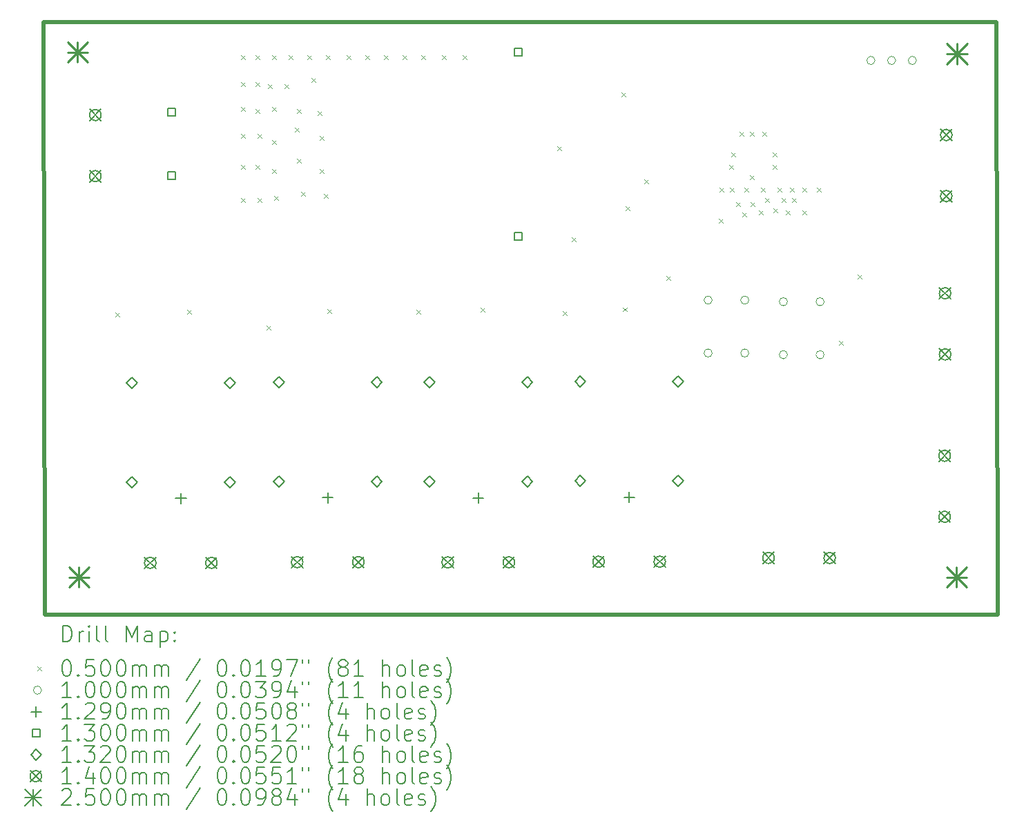
<source format=gbr>
%TF.GenerationSoftware,KiCad,Pcbnew,7.0.8*%
%TF.CreationDate,2024-04-08T22:45:32+05:30*%
%TF.ProjectId,Esp32_relay,45737033-325f-4726-956c-61792e6b6963,rev?*%
%TF.SameCoordinates,PX4046330PY7125ac8*%
%TF.FileFunction,Drillmap*%
%TF.FilePolarity,Positive*%
%FSLAX45Y45*%
G04 Gerber Fmt 4.5, Leading zero omitted, Abs format (unit mm)*
G04 Created by KiCad (PCBNEW 7.0.8) date 2024-04-08 22:45:32*
%MOMM*%
%LPD*%
G01*
G04 APERTURE LIST*
%ADD10C,0.500000*%
%ADD11C,0.200000*%
%ADD12C,0.050000*%
%ADD13C,0.100000*%
%ADD14C,0.129000*%
%ADD15C,0.130000*%
%ADD16C,0.132000*%
%ADD17C,0.140000*%
%ADD18C,0.250000*%
G04 APERTURE END LIST*
D10*
X-12700Y7272020D02*
X9893300Y7272020D01*
X11684000Y0D02*
X0Y0D01*
X11671300Y7272020D02*
X11684000Y0D01*
X9893300Y7272020D02*
X11671300Y7272020D01*
X0Y0D02*
X-12700Y7272020D01*
D11*
D12*
X869080Y3705460D02*
X919080Y3655460D01*
X919080Y3705460D02*
X869080Y3655460D01*
X1750460Y3738480D02*
X1800460Y3688480D01*
X1800460Y3738480D02*
X1750460Y3688480D01*
X2404760Y6860140D02*
X2454760Y6810140D01*
X2454760Y6860140D02*
X2404760Y6810140D01*
X2404760Y6529940D02*
X2454760Y6479940D01*
X2454760Y6529940D02*
X2404760Y6479940D01*
X2404760Y6225140D02*
X2454760Y6175140D01*
X2454760Y6225140D02*
X2404760Y6175140D01*
X2404760Y5894940D02*
X2454760Y5844940D01*
X2454760Y5894940D02*
X2404760Y5844940D01*
X2404760Y5513940D02*
X2454760Y5463940D01*
X2454760Y5513940D02*
X2404760Y5463940D01*
X2404760Y5107540D02*
X2454760Y5057540D01*
X2454760Y5107540D02*
X2404760Y5057540D01*
X2582560Y6860140D02*
X2632560Y6810140D01*
X2632560Y6860140D02*
X2582560Y6810140D01*
X2582560Y6529940D02*
X2632560Y6479940D01*
X2632560Y6529940D02*
X2582560Y6479940D01*
X2582560Y6199740D02*
X2632560Y6149740D01*
X2632560Y6199740D02*
X2582560Y6149740D01*
X2582560Y5513940D02*
X2632560Y5463940D01*
X2632560Y5513940D02*
X2582560Y5463940D01*
X2607960Y5894940D02*
X2657960Y5844940D01*
X2657960Y5894940D02*
X2607960Y5844940D01*
X2607960Y5107540D02*
X2657960Y5057540D01*
X2657960Y5107540D02*
X2607960Y5057540D01*
X2720740Y3545440D02*
X2770740Y3495440D01*
X2770740Y3545440D02*
X2720740Y3495440D01*
X2734960Y6504540D02*
X2784960Y6454540D01*
X2784960Y6504540D02*
X2734960Y6454540D01*
X2785760Y6860140D02*
X2835760Y6810140D01*
X2835760Y6860140D02*
X2785760Y6810140D01*
X2785760Y6225140D02*
X2835760Y6175140D01*
X2835760Y6225140D02*
X2785760Y6175140D01*
X2785760Y5818740D02*
X2835760Y5768740D01*
X2835760Y5818740D02*
X2785760Y5768740D01*
X2785760Y5463140D02*
X2835760Y5413140D01*
X2835760Y5463140D02*
X2785760Y5413140D01*
X2811160Y5132940D02*
X2861160Y5082940D01*
X2861160Y5132940D02*
X2811160Y5082940D01*
X2938160Y6504540D02*
X2988160Y6454540D01*
X2988160Y6504540D02*
X2938160Y6454540D01*
X2988960Y6860140D02*
X3038960Y6810140D01*
X3038960Y6860140D02*
X2988960Y6810140D01*
X3065160Y5971140D02*
X3115160Y5921140D01*
X3115160Y5971140D02*
X3065160Y5921140D01*
X3090560Y6199740D02*
X3140560Y6149740D01*
X3140560Y6199740D02*
X3090560Y6149740D01*
X3090560Y5590140D02*
X3140560Y5540140D01*
X3140560Y5590140D02*
X3090560Y5540140D01*
X3141360Y5183740D02*
X3191360Y5133740D01*
X3191360Y5183740D02*
X3141360Y5133740D01*
X3217560Y6860140D02*
X3267560Y6810140D01*
X3267560Y6860140D02*
X3217560Y6810140D01*
X3268360Y6580740D02*
X3318360Y6530740D01*
X3318360Y6580740D02*
X3268360Y6530740D01*
X3344560Y6174340D02*
X3394560Y6124340D01*
X3394560Y6174340D02*
X3344560Y6124340D01*
X3369960Y5869540D02*
X3419960Y5819540D01*
X3419960Y5869540D02*
X3369960Y5819540D01*
X3369960Y5463140D02*
X3419960Y5413140D01*
X3419960Y5463140D02*
X3369960Y5413140D01*
X3420760Y5158340D02*
X3470760Y5108340D01*
X3470760Y5158340D02*
X3420760Y5108340D01*
X3446160Y6860140D02*
X3496160Y6810140D01*
X3496160Y6860140D02*
X3446160Y6810140D01*
X3470040Y3746100D02*
X3520040Y3696100D01*
X3520040Y3746100D02*
X3470040Y3696100D01*
X3700160Y6860140D02*
X3750160Y6810140D01*
X3750160Y6860140D02*
X3700160Y6810140D01*
X3928760Y6860140D02*
X3978760Y6810140D01*
X3978760Y6860140D02*
X3928760Y6810140D01*
X4157360Y6860140D02*
X4207360Y6810140D01*
X4207360Y6860140D02*
X4157360Y6810140D01*
X4385960Y6860140D02*
X4435960Y6810140D01*
X4435960Y6860140D02*
X4385960Y6810140D01*
X4559700Y3741020D02*
X4609700Y3691020D01*
X4609700Y3741020D02*
X4559700Y3691020D01*
X4614560Y6860140D02*
X4664560Y6810140D01*
X4664560Y6860140D02*
X4614560Y6810140D01*
X4868560Y6860140D02*
X4918560Y6810140D01*
X4918560Y6860140D02*
X4868560Y6810140D01*
X5122560Y6860140D02*
X5172560Y6810140D01*
X5172560Y6860140D02*
X5122560Y6810140D01*
X5349640Y3766420D02*
X5399640Y3716420D01*
X5399640Y3766420D02*
X5349640Y3716420D01*
X6286900Y5747620D02*
X6336900Y5697620D01*
X6336900Y5747620D02*
X6286900Y5697620D01*
X6350400Y3725780D02*
X6400400Y3675780D01*
X6400400Y3725780D02*
X6350400Y3675780D01*
X6464700Y4630020D02*
X6514700Y4580020D01*
X6514700Y4630020D02*
X6464700Y4580020D01*
X7074300Y6408020D02*
X7124300Y6358020D01*
X7124300Y6408020D02*
X7074300Y6358020D01*
X7092080Y3768960D02*
X7142080Y3718960D01*
X7142080Y3768960D02*
X7092080Y3718960D01*
X7125100Y5011020D02*
X7175100Y4961020D01*
X7175100Y5011020D02*
X7125100Y4961020D01*
X7353700Y5341220D02*
X7403700Y5291220D01*
X7403700Y5341220D02*
X7353700Y5291220D01*
X7627280Y4153240D02*
X7677280Y4103240D01*
X7677280Y4153240D02*
X7627280Y4103240D01*
X8268100Y4858620D02*
X8318100Y4808620D01*
X8318100Y4858620D02*
X8268100Y4808620D01*
X8272160Y5234540D02*
X8322160Y5184540D01*
X8322160Y5234540D02*
X8272160Y5184540D01*
X8395100Y5519020D02*
X8445100Y5469020D01*
X8445100Y5519020D02*
X8395100Y5469020D01*
X8399160Y5234540D02*
X8449160Y5184540D01*
X8449160Y5234540D02*
X8399160Y5184540D01*
X8420500Y5671420D02*
X8470500Y5621420D01*
X8470500Y5671420D02*
X8420500Y5621420D01*
X8475360Y5056740D02*
X8525360Y5006740D01*
X8525360Y5056740D02*
X8475360Y5006740D01*
X8522100Y5925420D02*
X8572100Y5875420D01*
X8572100Y5925420D02*
X8522100Y5875420D01*
X8551560Y4929740D02*
X8601560Y4879740D01*
X8601560Y4929740D02*
X8551560Y4879740D01*
X8576960Y5234540D02*
X8626960Y5184540D01*
X8626960Y5234540D02*
X8576960Y5184540D01*
X8649100Y5925420D02*
X8699100Y5875420D01*
X8699100Y5925420D02*
X8649100Y5875420D01*
X8649100Y5392020D02*
X8699100Y5342020D01*
X8699100Y5392020D02*
X8649100Y5342020D01*
X8653160Y5056740D02*
X8703160Y5006740D01*
X8703160Y5056740D02*
X8653160Y5006740D01*
X8754760Y4955140D02*
X8804760Y4905140D01*
X8804760Y4955140D02*
X8754760Y4905140D01*
X8780160Y5234540D02*
X8830160Y5184540D01*
X8830160Y5234540D02*
X8780160Y5184540D01*
X8801500Y5925420D02*
X8851500Y5875420D01*
X8851500Y5925420D02*
X8801500Y5875420D01*
X8830960Y5107540D02*
X8880960Y5057540D01*
X8880960Y5107540D02*
X8830960Y5057540D01*
X8928500Y5671420D02*
X8978500Y5621420D01*
X8978500Y5671420D02*
X8928500Y5621420D01*
X8928500Y5519020D02*
X8978500Y5469020D01*
X8978500Y5519020D02*
X8928500Y5469020D01*
X8932560Y4980540D02*
X8982560Y4930540D01*
X8982560Y4980540D02*
X8932560Y4930540D01*
X8983360Y5234540D02*
X9033360Y5184540D01*
X9033360Y5234540D02*
X8983360Y5184540D01*
X9034160Y5107540D02*
X9084160Y5057540D01*
X9084160Y5107540D02*
X9034160Y5057540D01*
X9084960Y4955140D02*
X9134960Y4905140D01*
X9134960Y4955140D02*
X9084960Y4905140D01*
X9135760Y5234540D02*
X9185760Y5184540D01*
X9185760Y5234540D02*
X9135760Y5184540D01*
X9161160Y5107540D02*
X9211160Y5057540D01*
X9211160Y5107540D02*
X9161160Y5057540D01*
X9288160Y5234540D02*
X9338160Y5184540D01*
X9338160Y5234540D02*
X9288160Y5184540D01*
X9288160Y4955140D02*
X9338160Y4905140D01*
X9338160Y4955140D02*
X9288160Y4905140D01*
X9465960Y5234540D02*
X9515960Y5184540D01*
X9515960Y5234540D02*
X9465960Y5184540D01*
X9741300Y3360020D02*
X9791300Y3310020D01*
X9791300Y3360020D02*
X9741300Y3310020D01*
X9969900Y4172820D02*
X10019900Y4122820D01*
X10019900Y4172820D02*
X9969900Y4122820D01*
D13*
X8185620Y3858020D02*
G75*
G03*
X8185620Y3858020I-50000J0D01*
G01*
X8185620Y3208020D02*
G75*
G03*
X8185620Y3208020I-50000J0D01*
G01*
X8635620Y3858020D02*
G75*
G03*
X8635620Y3858020I-50000J0D01*
G01*
X8635620Y3208020D02*
G75*
G03*
X8635620Y3208020I-50000J0D01*
G01*
X9108700Y3837820D02*
G75*
G03*
X9108700Y3837820I-50000J0D01*
G01*
X9108700Y3187820D02*
G75*
G03*
X9108700Y3187820I-50000J0D01*
G01*
X9558700Y3837820D02*
G75*
G03*
X9558700Y3837820I-50000J0D01*
G01*
X9558700Y3187820D02*
G75*
G03*
X9558700Y3187820I-50000J0D01*
G01*
X10182060Y6799580D02*
G75*
G03*
X10182060Y6799580I-50000J0D01*
G01*
X10436060Y6799580D02*
G75*
G03*
X10436060Y6799580I-50000J0D01*
G01*
X10690060Y6799580D02*
G75*
G03*
X10690060Y6799580I-50000J0D01*
G01*
D14*
X1670760Y1488780D02*
X1670760Y1359780D01*
X1606260Y1424280D02*
X1735260Y1424280D01*
X3472180Y1497060D02*
X3472180Y1368060D01*
X3407680Y1432560D02*
X3536680Y1432560D01*
X5318200Y1494380D02*
X5318200Y1365380D01*
X5253700Y1429880D02*
X5382700Y1429880D01*
X7167880Y1502140D02*
X7167880Y1373140D01*
X7103380Y1437640D02*
X7232380Y1437640D01*
D15*
X1605012Y6117458D02*
X1605012Y6209382D01*
X1513088Y6209382D01*
X1513088Y6117458D01*
X1605012Y6117458D01*
X1605012Y5337458D02*
X1605012Y5429382D01*
X1513088Y5429382D01*
X1513088Y5337458D01*
X1605012Y5337458D01*
X5855012Y6857458D02*
X5855012Y6949382D01*
X5763088Y6949382D01*
X5763088Y6857458D01*
X5855012Y6857458D01*
X5855012Y4597458D02*
X5855012Y4689382D01*
X5763088Y4689382D01*
X5763088Y4597458D01*
X5855012Y4597458D01*
D16*
X1070760Y2778280D02*
X1136760Y2844280D01*
X1070760Y2910280D01*
X1004760Y2844280D01*
X1070760Y2778280D01*
X1070760Y1558280D02*
X1136760Y1624280D01*
X1070760Y1690280D01*
X1004760Y1624280D01*
X1070760Y1558280D01*
X2270760Y2778280D02*
X2336760Y2844280D01*
X2270760Y2910280D01*
X2204760Y2844280D01*
X2270760Y2778280D01*
X2270760Y1558280D02*
X2336760Y1624280D01*
X2270760Y1690280D01*
X2204760Y1624280D01*
X2270760Y1558280D01*
X2872180Y2786560D02*
X2938180Y2852560D01*
X2872180Y2918560D01*
X2806180Y2852560D01*
X2872180Y2786560D01*
X2872180Y1566560D02*
X2938180Y1632560D01*
X2872180Y1698560D01*
X2806180Y1632560D01*
X2872180Y1566560D01*
X4072180Y2786560D02*
X4138180Y2852560D01*
X4072180Y2918560D01*
X4006180Y2852560D01*
X4072180Y2786560D01*
X4072180Y1566560D02*
X4138180Y1632560D01*
X4072180Y1698560D01*
X4006180Y1632560D01*
X4072180Y1566560D01*
X4718200Y2783880D02*
X4784200Y2849880D01*
X4718200Y2915880D01*
X4652200Y2849880D01*
X4718200Y2783880D01*
X4718200Y1563880D02*
X4784200Y1629880D01*
X4718200Y1695880D01*
X4652200Y1629880D01*
X4718200Y1563880D01*
X5918200Y2783880D02*
X5984200Y2849880D01*
X5918200Y2915880D01*
X5852200Y2849880D01*
X5918200Y2783880D01*
X5918200Y1563880D02*
X5984200Y1629880D01*
X5918200Y1695880D01*
X5852200Y1629880D01*
X5918200Y1563880D01*
X6567880Y2791640D02*
X6633880Y2857640D01*
X6567880Y2923640D01*
X6501880Y2857640D01*
X6567880Y2791640D01*
X6567880Y1571640D02*
X6633880Y1637640D01*
X6567880Y1703640D01*
X6501880Y1637640D01*
X6567880Y1571640D01*
X7767880Y2791640D02*
X7833880Y2857640D01*
X7767880Y2923640D01*
X7701880Y2857640D01*
X7767880Y2791640D01*
X7767880Y1571640D02*
X7833880Y1637640D01*
X7767880Y1703640D01*
X7701880Y1637640D01*
X7767880Y1571640D01*
D17*
X552300Y6199020D02*
X692300Y6059020D01*
X692300Y6199020D02*
X552300Y6059020D01*
X692300Y6129020D02*
G75*
G03*
X692300Y6129020I-70000J0D01*
G01*
X552300Y5449020D02*
X692300Y5309020D01*
X692300Y5449020D02*
X552300Y5309020D01*
X692300Y5379020D02*
G75*
G03*
X692300Y5379020I-70000J0D01*
G01*
X1225760Y703680D02*
X1365760Y563680D01*
X1365760Y703680D02*
X1225760Y563680D01*
X1365760Y633680D02*
G75*
G03*
X1365760Y633680I-70000J0D01*
G01*
X1975760Y703680D02*
X2115760Y563680D01*
X2115760Y703680D02*
X1975760Y563680D01*
X2115760Y633680D02*
G75*
G03*
X2115760Y633680I-70000J0D01*
G01*
X3027180Y712360D02*
X3167180Y572360D01*
X3167180Y712360D02*
X3027180Y572360D01*
X3167180Y642360D02*
G75*
G03*
X3167180Y642360I-70000J0D01*
G01*
X3777180Y712360D02*
X3917180Y572360D01*
X3917180Y712360D02*
X3777180Y572360D01*
X3917180Y642360D02*
G75*
G03*
X3917180Y642360I-70000J0D01*
G01*
X4873200Y709680D02*
X5013200Y569680D01*
X5013200Y709680D02*
X4873200Y569680D01*
X5013200Y639680D02*
G75*
G03*
X5013200Y639680I-70000J0D01*
G01*
X5623200Y709680D02*
X5763200Y569680D01*
X5763200Y709680D02*
X5623200Y569680D01*
X5763200Y639680D02*
G75*
G03*
X5763200Y639680I-70000J0D01*
G01*
X6722880Y717440D02*
X6862880Y577440D01*
X6862880Y717440D02*
X6722880Y577440D01*
X6862880Y647440D02*
G75*
G03*
X6862880Y647440I-70000J0D01*
G01*
X7472880Y717440D02*
X7612880Y577440D01*
X7612880Y717440D02*
X7472880Y577440D01*
X7612880Y647440D02*
G75*
G03*
X7612880Y647440I-70000J0D01*
G01*
X8806600Y763420D02*
X8946600Y623420D01*
X8946600Y763420D02*
X8806600Y623420D01*
X8946600Y693420D02*
G75*
G03*
X8946600Y693420I-70000J0D01*
G01*
X9556600Y763420D02*
X9696600Y623420D01*
X9696600Y763420D02*
X9556600Y623420D01*
X9696600Y693420D02*
G75*
G03*
X9696600Y693420I-70000J0D01*
G01*
X10966300Y2018180D02*
X11106300Y1878180D01*
X11106300Y2018180D02*
X10966300Y1878180D01*
X11106300Y1948180D02*
G75*
G03*
X11106300Y1948180I-70000J0D01*
G01*
X10966300Y1268180D02*
X11106300Y1128180D01*
X11106300Y1268180D02*
X10966300Y1128180D01*
X11106300Y1198180D02*
G75*
G03*
X11106300Y1198180I-70000J0D01*
G01*
X10971380Y4012080D02*
X11111380Y3872080D01*
X11111380Y4012080D02*
X10971380Y3872080D01*
X11111380Y3942080D02*
G75*
G03*
X11111380Y3942080I-70000J0D01*
G01*
X10971380Y3262080D02*
X11111380Y3122080D01*
X11111380Y3262080D02*
X10971380Y3122080D01*
X11111380Y3192080D02*
G75*
G03*
X11111380Y3192080I-70000J0D01*
G01*
X10986620Y5954260D02*
X11126620Y5814260D01*
X11126620Y5954260D02*
X10986620Y5814260D01*
X11126620Y5884260D02*
G75*
G03*
X11126620Y5884260I-70000J0D01*
G01*
X10986620Y5204260D02*
X11126620Y5064260D01*
X11126620Y5204260D02*
X10986620Y5064260D01*
X11126620Y5134260D02*
G75*
G03*
X11126620Y5134260I-70000J0D01*
G01*
D18*
X278860Y7026180D02*
X528860Y6776180D01*
X528860Y7026180D02*
X278860Y6776180D01*
X403860Y7026180D02*
X403860Y6776180D01*
X278860Y6901180D02*
X528860Y6901180D01*
X296640Y582200D02*
X546640Y332200D01*
X546640Y582200D02*
X296640Y332200D01*
X421640Y582200D02*
X421640Y332200D01*
X296640Y457200D02*
X546640Y457200D01*
X11058620Y582200D02*
X11308620Y332200D01*
X11308620Y582200D02*
X11058620Y332200D01*
X11183620Y582200D02*
X11183620Y332200D01*
X11058620Y457200D02*
X11308620Y457200D01*
X11063700Y7005860D02*
X11313700Y6755860D01*
X11313700Y7005860D02*
X11063700Y6755860D01*
X11188700Y7005860D02*
X11188700Y6755860D01*
X11063700Y6880860D02*
X11313700Y6880860D01*
D11*
X223077Y-336484D02*
X223077Y-136484D01*
X223077Y-136484D02*
X270696Y-136484D01*
X270696Y-136484D02*
X299267Y-146008D01*
X299267Y-146008D02*
X318315Y-165055D01*
X318315Y-165055D02*
X327839Y-184103D01*
X327839Y-184103D02*
X337363Y-222198D01*
X337363Y-222198D02*
X337363Y-250769D01*
X337363Y-250769D02*
X327839Y-288865D01*
X327839Y-288865D02*
X318315Y-307912D01*
X318315Y-307912D02*
X299267Y-326960D01*
X299267Y-326960D02*
X270696Y-336484D01*
X270696Y-336484D02*
X223077Y-336484D01*
X423077Y-336484D02*
X423077Y-203150D01*
X423077Y-241246D02*
X432601Y-222198D01*
X432601Y-222198D02*
X442124Y-212674D01*
X442124Y-212674D02*
X461172Y-203150D01*
X461172Y-203150D02*
X480220Y-203150D01*
X546886Y-336484D02*
X546886Y-203150D01*
X546886Y-136484D02*
X537363Y-146008D01*
X537363Y-146008D02*
X546886Y-155531D01*
X546886Y-155531D02*
X556410Y-146008D01*
X556410Y-146008D02*
X546886Y-136484D01*
X546886Y-136484D02*
X546886Y-155531D01*
X670696Y-336484D02*
X651648Y-326960D01*
X651648Y-326960D02*
X642124Y-307912D01*
X642124Y-307912D02*
X642124Y-136484D01*
X775458Y-336484D02*
X756410Y-326960D01*
X756410Y-326960D02*
X746886Y-307912D01*
X746886Y-307912D02*
X746886Y-136484D01*
X1004029Y-336484D02*
X1004029Y-136484D01*
X1004029Y-136484D02*
X1070696Y-279341D01*
X1070696Y-279341D02*
X1137363Y-136484D01*
X1137363Y-136484D02*
X1137363Y-336484D01*
X1318315Y-336484D02*
X1318315Y-231722D01*
X1318315Y-231722D02*
X1308791Y-212674D01*
X1308791Y-212674D02*
X1289744Y-203150D01*
X1289744Y-203150D02*
X1251648Y-203150D01*
X1251648Y-203150D02*
X1232601Y-212674D01*
X1318315Y-326960D02*
X1299267Y-336484D01*
X1299267Y-336484D02*
X1251648Y-336484D01*
X1251648Y-336484D02*
X1232601Y-326960D01*
X1232601Y-326960D02*
X1223077Y-307912D01*
X1223077Y-307912D02*
X1223077Y-288865D01*
X1223077Y-288865D02*
X1232601Y-269817D01*
X1232601Y-269817D02*
X1251648Y-260293D01*
X1251648Y-260293D02*
X1299267Y-260293D01*
X1299267Y-260293D02*
X1318315Y-250769D01*
X1413553Y-203150D02*
X1413553Y-403150D01*
X1413553Y-212674D02*
X1432601Y-203150D01*
X1432601Y-203150D02*
X1470696Y-203150D01*
X1470696Y-203150D02*
X1489743Y-212674D01*
X1489743Y-212674D02*
X1499267Y-222198D01*
X1499267Y-222198D02*
X1508791Y-241246D01*
X1508791Y-241246D02*
X1508791Y-298389D01*
X1508791Y-298389D02*
X1499267Y-317436D01*
X1499267Y-317436D02*
X1489743Y-326960D01*
X1489743Y-326960D02*
X1470696Y-336484D01*
X1470696Y-336484D02*
X1432601Y-336484D01*
X1432601Y-336484D02*
X1413553Y-326960D01*
X1594505Y-317436D02*
X1604029Y-326960D01*
X1604029Y-326960D02*
X1594505Y-336484D01*
X1594505Y-336484D02*
X1584982Y-326960D01*
X1584982Y-326960D02*
X1594505Y-317436D01*
X1594505Y-317436D02*
X1594505Y-336484D01*
X1594505Y-212674D02*
X1604029Y-222198D01*
X1604029Y-222198D02*
X1594505Y-231722D01*
X1594505Y-231722D02*
X1584982Y-222198D01*
X1584982Y-222198D02*
X1594505Y-212674D01*
X1594505Y-212674D02*
X1594505Y-231722D01*
D12*
X-87700Y-640000D02*
X-37700Y-690000D01*
X-37700Y-640000D02*
X-87700Y-690000D01*
D11*
X261172Y-556484D02*
X280220Y-556484D01*
X280220Y-556484D02*
X299267Y-566008D01*
X299267Y-566008D02*
X308791Y-575531D01*
X308791Y-575531D02*
X318315Y-594579D01*
X318315Y-594579D02*
X327839Y-632674D01*
X327839Y-632674D02*
X327839Y-680293D01*
X327839Y-680293D02*
X318315Y-718388D01*
X318315Y-718388D02*
X308791Y-737436D01*
X308791Y-737436D02*
X299267Y-746960D01*
X299267Y-746960D02*
X280220Y-756484D01*
X280220Y-756484D02*
X261172Y-756484D01*
X261172Y-756484D02*
X242124Y-746960D01*
X242124Y-746960D02*
X232601Y-737436D01*
X232601Y-737436D02*
X223077Y-718388D01*
X223077Y-718388D02*
X213553Y-680293D01*
X213553Y-680293D02*
X213553Y-632674D01*
X213553Y-632674D02*
X223077Y-594579D01*
X223077Y-594579D02*
X232601Y-575531D01*
X232601Y-575531D02*
X242124Y-566008D01*
X242124Y-566008D02*
X261172Y-556484D01*
X413553Y-737436D02*
X423077Y-746960D01*
X423077Y-746960D02*
X413553Y-756484D01*
X413553Y-756484D02*
X404029Y-746960D01*
X404029Y-746960D02*
X413553Y-737436D01*
X413553Y-737436D02*
X413553Y-756484D01*
X604029Y-556484D02*
X508791Y-556484D01*
X508791Y-556484D02*
X499267Y-651722D01*
X499267Y-651722D02*
X508791Y-642198D01*
X508791Y-642198D02*
X527839Y-632674D01*
X527839Y-632674D02*
X575458Y-632674D01*
X575458Y-632674D02*
X594505Y-642198D01*
X594505Y-642198D02*
X604029Y-651722D01*
X604029Y-651722D02*
X613553Y-670770D01*
X613553Y-670770D02*
X613553Y-718388D01*
X613553Y-718388D02*
X604029Y-737436D01*
X604029Y-737436D02*
X594505Y-746960D01*
X594505Y-746960D02*
X575458Y-756484D01*
X575458Y-756484D02*
X527839Y-756484D01*
X527839Y-756484D02*
X508791Y-746960D01*
X508791Y-746960D02*
X499267Y-737436D01*
X737362Y-556484D02*
X756410Y-556484D01*
X756410Y-556484D02*
X775458Y-566008D01*
X775458Y-566008D02*
X784982Y-575531D01*
X784982Y-575531D02*
X794505Y-594579D01*
X794505Y-594579D02*
X804029Y-632674D01*
X804029Y-632674D02*
X804029Y-680293D01*
X804029Y-680293D02*
X794505Y-718388D01*
X794505Y-718388D02*
X784982Y-737436D01*
X784982Y-737436D02*
X775458Y-746960D01*
X775458Y-746960D02*
X756410Y-756484D01*
X756410Y-756484D02*
X737362Y-756484D01*
X737362Y-756484D02*
X718315Y-746960D01*
X718315Y-746960D02*
X708791Y-737436D01*
X708791Y-737436D02*
X699267Y-718388D01*
X699267Y-718388D02*
X689744Y-680293D01*
X689744Y-680293D02*
X689744Y-632674D01*
X689744Y-632674D02*
X699267Y-594579D01*
X699267Y-594579D02*
X708791Y-575531D01*
X708791Y-575531D02*
X718315Y-566008D01*
X718315Y-566008D02*
X737362Y-556484D01*
X927839Y-556484D02*
X946886Y-556484D01*
X946886Y-556484D02*
X965934Y-566008D01*
X965934Y-566008D02*
X975458Y-575531D01*
X975458Y-575531D02*
X984982Y-594579D01*
X984982Y-594579D02*
X994505Y-632674D01*
X994505Y-632674D02*
X994505Y-680293D01*
X994505Y-680293D02*
X984982Y-718388D01*
X984982Y-718388D02*
X975458Y-737436D01*
X975458Y-737436D02*
X965934Y-746960D01*
X965934Y-746960D02*
X946886Y-756484D01*
X946886Y-756484D02*
X927839Y-756484D01*
X927839Y-756484D02*
X908791Y-746960D01*
X908791Y-746960D02*
X899267Y-737436D01*
X899267Y-737436D02*
X889743Y-718388D01*
X889743Y-718388D02*
X880220Y-680293D01*
X880220Y-680293D02*
X880220Y-632674D01*
X880220Y-632674D02*
X889743Y-594579D01*
X889743Y-594579D02*
X899267Y-575531D01*
X899267Y-575531D02*
X908791Y-566008D01*
X908791Y-566008D02*
X927839Y-556484D01*
X1080220Y-756484D02*
X1080220Y-623150D01*
X1080220Y-642198D02*
X1089744Y-632674D01*
X1089744Y-632674D02*
X1108791Y-623150D01*
X1108791Y-623150D02*
X1137363Y-623150D01*
X1137363Y-623150D02*
X1156410Y-632674D01*
X1156410Y-632674D02*
X1165934Y-651722D01*
X1165934Y-651722D02*
X1165934Y-756484D01*
X1165934Y-651722D02*
X1175458Y-632674D01*
X1175458Y-632674D02*
X1194505Y-623150D01*
X1194505Y-623150D02*
X1223077Y-623150D01*
X1223077Y-623150D02*
X1242125Y-632674D01*
X1242125Y-632674D02*
X1251648Y-651722D01*
X1251648Y-651722D02*
X1251648Y-756484D01*
X1346886Y-756484D02*
X1346886Y-623150D01*
X1346886Y-642198D02*
X1356410Y-632674D01*
X1356410Y-632674D02*
X1375458Y-623150D01*
X1375458Y-623150D02*
X1404029Y-623150D01*
X1404029Y-623150D02*
X1423077Y-632674D01*
X1423077Y-632674D02*
X1432601Y-651722D01*
X1432601Y-651722D02*
X1432601Y-756484D01*
X1432601Y-651722D02*
X1442124Y-632674D01*
X1442124Y-632674D02*
X1461172Y-623150D01*
X1461172Y-623150D02*
X1489743Y-623150D01*
X1489743Y-623150D02*
X1508791Y-632674D01*
X1508791Y-632674D02*
X1518315Y-651722D01*
X1518315Y-651722D02*
X1518315Y-756484D01*
X1908791Y-546960D02*
X1737363Y-804103D01*
X2165934Y-556484D02*
X2184982Y-556484D01*
X2184982Y-556484D02*
X2204029Y-566008D01*
X2204029Y-566008D02*
X2213553Y-575531D01*
X2213553Y-575531D02*
X2223077Y-594579D01*
X2223077Y-594579D02*
X2232601Y-632674D01*
X2232601Y-632674D02*
X2232601Y-680293D01*
X2232601Y-680293D02*
X2223077Y-718388D01*
X2223077Y-718388D02*
X2213553Y-737436D01*
X2213553Y-737436D02*
X2204029Y-746960D01*
X2204029Y-746960D02*
X2184982Y-756484D01*
X2184982Y-756484D02*
X2165934Y-756484D01*
X2165934Y-756484D02*
X2146887Y-746960D01*
X2146887Y-746960D02*
X2137363Y-737436D01*
X2137363Y-737436D02*
X2127839Y-718388D01*
X2127839Y-718388D02*
X2118315Y-680293D01*
X2118315Y-680293D02*
X2118315Y-632674D01*
X2118315Y-632674D02*
X2127839Y-594579D01*
X2127839Y-594579D02*
X2137363Y-575531D01*
X2137363Y-575531D02*
X2146887Y-566008D01*
X2146887Y-566008D02*
X2165934Y-556484D01*
X2318315Y-737436D02*
X2327839Y-746960D01*
X2327839Y-746960D02*
X2318315Y-756484D01*
X2318315Y-756484D02*
X2308791Y-746960D01*
X2308791Y-746960D02*
X2318315Y-737436D01*
X2318315Y-737436D02*
X2318315Y-756484D01*
X2451648Y-556484D02*
X2470696Y-556484D01*
X2470696Y-556484D02*
X2489744Y-566008D01*
X2489744Y-566008D02*
X2499268Y-575531D01*
X2499268Y-575531D02*
X2508791Y-594579D01*
X2508791Y-594579D02*
X2518315Y-632674D01*
X2518315Y-632674D02*
X2518315Y-680293D01*
X2518315Y-680293D02*
X2508791Y-718388D01*
X2508791Y-718388D02*
X2499268Y-737436D01*
X2499268Y-737436D02*
X2489744Y-746960D01*
X2489744Y-746960D02*
X2470696Y-756484D01*
X2470696Y-756484D02*
X2451648Y-756484D01*
X2451648Y-756484D02*
X2432601Y-746960D01*
X2432601Y-746960D02*
X2423077Y-737436D01*
X2423077Y-737436D02*
X2413553Y-718388D01*
X2413553Y-718388D02*
X2404029Y-680293D01*
X2404029Y-680293D02*
X2404029Y-632674D01*
X2404029Y-632674D02*
X2413553Y-594579D01*
X2413553Y-594579D02*
X2423077Y-575531D01*
X2423077Y-575531D02*
X2432601Y-566008D01*
X2432601Y-566008D02*
X2451648Y-556484D01*
X2708791Y-756484D02*
X2594506Y-756484D01*
X2651648Y-756484D02*
X2651648Y-556484D01*
X2651648Y-556484D02*
X2632601Y-585055D01*
X2632601Y-585055D02*
X2613553Y-604103D01*
X2613553Y-604103D02*
X2594506Y-613627D01*
X2804029Y-756484D02*
X2842125Y-756484D01*
X2842125Y-756484D02*
X2861172Y-746960D01*
X2861172Y-746960D02*
X2870696Y-737436D01*
X2870696Y-737436D02*
X2889744Y-708865D01*
X2889744Y-708865D02*
X2899267Y-670770D01*
X2899267Y-670770D02*
X2899267Y-594579D01*
X2899267Y-594579D02*
X2889744Y-575531D01*
X2889744Y-575531D02*
X2880220Y-566008D01*
X2880220Y-566008D02*
X2861172Y-556484D01*
X2861172Y-556484D02*
X2823077Y-556484D01*
X2823077Y-556484D02*
X2804029Y-566008D01*
X2804029Y-566008D02*
X2794506Y-575531D01*
X2794506Y-575531D02*
X2784982Y-594579D01*
X2784982Y-594579D02*
X2784982Y-642198D01*
X2784982Y-642198D02*
X2794506Y-661246D01*
X2794506Y-661246D02*
X2804029Y-670770D01*
X2804029Y-670770D02*
X2823077Y-680293D01*
X2823077Y-680293D02*
X2861172Y-680293D01*
X2861172Y-680293D02*
X2880220Y-670770D01*
X2880220Y-670770D02*
X2889744Y-661246D01*
X2889744Y-661246D02*
X2899267Y-642198D01*
X2965934Y-556484D02*
X3099267Y-556484D01*
X3099267Y-556484D02*
X3013553Y-756484D01*
X3165934Y-556484D02*
X3165934Y-594579D01*
X3242125Y-556484D02*
X3242125Y-594579D01*
X3537363Y-832674D02*
X3527839Y-823150D01*
X3527839Y-823150D02*
X3508791Y-794579D01*
X3508791Y-794579D02*
X3499268Y-775531D01*
X3499268Y-775531D02*
X3489744Y-746960D01*
X3489744Y-746960D02*
X3480220Y-699341D01*
X3480220Y-699341D02*
X3480220Y-661246D01*
X3480220Y-661246D02*
X3489744Y-613627D01*
X3489744Y-613627D02*
X3499268Y-585055D01*
X3499268Y-585055D02*
X3508791Y-566008D01*
X3508791Y-566008D02*
X3527839Y-537436D01*
X3527839Y-537436D02*
X3537363Y-527912D01*
X3642125Y-642198D02*
X3623077Y-632674D01*
X3623077Y-632674D02*
X3613553Y-623150D01*
X3613553Y-623150D02*
X3604029Y-604103D01*
X3604029Y-604103D02*
X3604029Y-594579D01*
X3604029Y-594579D02*
X3613553Y-575531D01*
X3613553Y-575531D02*
X3623077Y-566008D01*
X3623077Y-566008D02*
X3642125Y-556484D01*
X3642125Y-556484D02*
X3680220Y-556484D01*
X3680220Y-556484D02*
X3699268Y-566008D01*
X3699268Y-566008D02*
X3708791Y-575531D01*
X3708791Y-575531D02*
X3718315Y-594579D01*
X3718315Y-594579D02*
X3718315Y-604103D01*
X3718315Y-604103D02*
X3708791Y-623150D01*
X3708791Y-623150D02*
X3699268Y-632674D01*
X3699268Y-632674D02*
X3680220Y-642198D01*
X3680220Y-642198D02*
X3642125Y-642198D01*
X3642125Y-642198D02*
X3623077Y-651722D01*
X3623077Y-651722D02*
X3613553Y-661246D01*
X3613553Y-661246D02*
X3604029Y-680293D01*
X3604029Y-680293D02*
X3604029Y-718388D01*
X3604029Y-718388D02*
X3613553Y-737436D01*
X3613553Y-737436D02*
X3623077Y-746960D01*
X3623077Y-746960D02*
X3642125Y-756484D01*
X3642125Y-756484D02*
X3680220Y-756484D01*
X3680220Y-756484D02*
X3699268Y-746960D01*
X3699268Y-746960D02*
X3708791Y-737436D01*
X3708791Y-737436D02*
X3718315Y-718388D01*
X3718315Y-718388D02*
X3718315Y-680293D01*
X3718315Y-680293D02*
X3708791Y-661246D01*
X3708791Y-661246D02*
X3699268Y-651722D01*
X3699268Y-651722D02*
X3680220Y-642198D01*
X3908791Y-756484D02*
X3794506Y-756484D01*
X3851648Y-756484D02*
X3851648Y-556484D01*
X3851648Y-556484D02*
X3832601Y-585055D01*
X3832601Y-585055D02*
X3813553Y-604103D01*
X3813553Y-604103D02*
X3794506Y-613627D01*
X4146887Y-756484D02*
X4146887Y-556484D01*
X4232601Y-756484D02*
X4232601Y-651722D01*
X4232601Y-651722D02*
X4223077Y-632674D01*
X4223077Y-632674D02*
X4204030Y-623150D01*
X4204030Y-623150D02*
X4175458Y-623150D01*
X4175458Y-623150D02*
X4156410Y-632674D01*
X4156410Y-632674D02*
X4146887Y-642198D01*
X4356411Y-756484D02*
X4337363Y-746960D01*
X4337363Y-746960D02*
X4327839Y-737436D01*
X4327839Y-737436D02*
X4318315Y-718388D01*
X4318315Y-718388D02*
X4318315Y-661246D01*
X4318315Y-661246D02*
X4327839Y-642198D01*
X4327839Y-642198D02*
X4337363Y-632674D01*
X4337363Y-632674D02*
X4356411Y-623150D01*
X4356411Y-623150D02*
X4384982Y-623150D01*
X4384982Y-623150D02*
X4404030Y-632674D01*
X4404030Y-632674D02*
X4413553Y-642198D01*
X4413553Y-642198D02*
X4423077Y-661246D01*
X4423077Y-661246D02*
X4423077Y-718388D01*
X4423077Y-718388D02*
X4413553Y-737436D01*
X4413553Y-737436D02*
X4404030Y-746960D01*
X4404030Y-746960D02*
X4384982Y-756484D01*
X4384982Y-756484D02*
X4356411Y-756484D01*
X4537363Y-756484D02*
X4518315Y-746960D01*
X4518315Y-746960D02*
X4508792Y-727912D01*
X4508792Y-727912D02*
X4508792Y-556484D01*
X4689744Y-746960D02*
X4670696Y-756484D01*
X4670696Y-756484D02*
X4632601Y-756484D01*
X4632601Y-756484D02*
X4613553Y-746960D01*
X4613553Y-746960D02*
X4604030Y-727912D01*
X4604030Y-727912D02*
X4604030Y-651722D01*
X4604030Y-651722D02*
X4613553Y-632674D01*
X4613553Y-632674D02*
X4632601Y-623150D01*
X4632601Y-623150D02*
X4670696Y-623150D01*
X4670696Y-623150D02*
X4689744Y-632674D01*
X4689744Y-632674D02*
X4699268Y-651722D01*
X4699268Y-651722D02*
X4699268Y-670770D01*
X4699268Y-670770D02*
X4604030Y-689817D01*
X4775458Y-746960D02*
X4794506Y-756484D01*
X4794506Y-756484D02*
X4832601Y-756484D01*
X4832601Y-756484D02*
X4851649Y-746960D01*
X4851649Y-746960D02*
X4861173Y-727912D01*
X4861173Y-727912D02*
X4861173Y-718388D01*
X4861173Y-718388D02*
X4851649Y-699341D01*
X4851649Y-699341D02*
X4832601Y-689817D01*
X4832601Y-689817D02*
X4804030Y-689817D01*
X4804030Y-689817D02*
X4784982Y-680293D01*
X4784982Y-680293D02*
X4775458Y-661246D01*
X4775458Y-661246D02*
X4775458Y-651722D01*
X4775458Y-651722D02*
X4784982Y-632674D01*
X4784982Y-632674D02*
X4804030Y-623150D01*
X4804030Y-623150D02*
X4832601Y-623150D01*
X4832601Y-623150D02*
X4851649Y-632674D01*
X4927839Y-832674D02*
X4937363Y-823150D01*
X4937363Y-823150D02*
X4956411Y-794579D01*
X4956411Y-794579D02*
X4965934Y-775531D01*
X4965934Y-775531D02*
X4975458Y-746960D01*
X4975458Y-746960D02*
X4984982Y-699341D01*
X4984982Y-699341D02*
X4984982Y-661246D01*
X4984982Y-661246D02*
X4975458Y-613627D01*
X4975458Y-613627D02*
X4965934Y-585055D01*
X4965934Y-585055D02*
X4956411Y-566008D01*
X4956411Y-566008D02*
X4937363Y-537436D01*
X4937363Y-537436D02*
X4927839Y-527912D01*
D13*
X-37700Y-929000D02*
G75*
G03*
X-37700Y-929000I-50000J0D01*
G01*
D11*
X327839Y-1020484D02*
X213553Y-1020484D01*
X270696Y-1020484D02*
X270696Y-820484D01*
X270696Y-820484D02*
X251648Y-849055D01*
X251648Y-849055D02*
X232601Y-868103D01*
X232601Y-868103D02*
X213553Y-877627D01*
X413553Y-1001436D02*
X423077Y-1010960D01*
X423077Y-1010960D02*
X413553Y-1020484D01*
X413553Y-1020484D02*
X404029Y-1010960D01*
X404029Y-1010960D02*
X413553Y-1001436D01*
X413553Y-1001436D02*
X413553Y-1020484D01*
X546886Y-820484D02*
X565934Y-820484D01*
X565934Y-820484D02*
X584982Y-830008D01*
X584982Y-830008D02*
X594505Y-839531D01*
X594505Y-839531D02*
X604029Y-858579D01*
X604029Y-858579D02*
X613553Y-896674D01*
X613553Y-896674D02*
X613553Y-944293D01*
X613553Y-944293D02*
X604029Y-982388D01*
X604029Y-982388D02*
X594505Y-1001436D01*
X594505Y-1001436D02*
X584982Y-1010960D01*
X584982Y-1010960D02*
X565934Y-1020484D01*
X565934Y-1020484D02*
X546886Y-1020484D01*
X546886Y-1020484D02*
X527839Y-1010960D01*
X527839Y-1010960D02*
X518315Y-1001436D01*
X518315Y-1001436D02*
X508791Y-982388D01*
X508791Y-982388D02*
X499267Y-944293D01*
X499267Y-944293D02*
X499267Y-896674D01*
X499267Y-896674D02*
X508791Y-858579D01*
X508791Y-858579D02*
X518315Y-839531D01*
X518315Y-839531D02*
X527839Y-830008D01*
X527839Y-830008D02*
X546886Y-820484D01*
X737362Y-820484D02*
X756410Y-820484D01*
X756410Y-820484D02*
X775458Y-830008D01*
X775458Y-830008D02*
X784982Y-839531D01*
X784982Y-839531D02*
X794505Y-858579D01*
X794505Y-858579D02*
X804029Y-896674D01*
X804029Y-896674D02*
X804029Y-944293D01*
X804029Y-944293D02*
X794505Y-982388D01*
X794505Y-982388D02*
X784982Y-1001436D01*
X784982Y-1001436D02*
X775458Y-1010960D01*
X775458Y-1010960D02*
X756410Y-1020484D01*
X756410Y-1020484D02*
X737362Y-1020484D01*
X737362Y-1020484D02*
X718315Y-1010960D01*
X718315Y-1010960D02*
X708791Y-1001436D01*
X708791Y-1001436D02*
X699267Y-982388D01*
X699267Y-982388D02*
X689744Y-944293D01*
X689744Y-944293D02*
X689744Y-896674D01*
X689744Y-896674D02*
X699267Y-858579D01*
X699267Y-858579D02*
X708791Y-839531D01*
X708791Y-839531D02*
X718315Y-830008D01*
X718315Y-830008D02*
X737362Y-820484D01*
X927839Y-820484D02*
X946886Y-820484D01*
X946886Y-820484D02*
X965934Y-830008D01*
X965934Y-830008D02*
X975458Y-839531D01*
X975458Y-839531D02*
X984982Y-858579D01*
X984982Y-858579D02*
X994505Y-896674D01*
X994505Y-896674D02*
X994505Y-944293D01*
X994505Y-944293D02*
X984982Y-982388D01*
X984982Y-982388D02*
X975458Y-1001436D01*
X975458Y-1001436D02*
X965934Y-1010960D01*
X965934Y-1010960D02*
X946886Y-1020484D01*
X946886Y-1020484D02*
X927839Y-1020484D01*
X927839Y-1020484D02*
X908791Y-1010960D01*
X908791Y-1010960D02*
X899267Y-1001436D01*
X899267Y-1001436D02*
X889743Y-982388D01*
X889743Y-982388D02*
X880220Y-944293D01*
X880220Y-944293D02*
X880220Y-896674D01*
X880220Y-896674D02*
X889743Y-858579D01*
X889743Y-858579D02*
X899267Y-839531D01*
X899267Y-839531D02*
X908791Y-830008D01*
X908791Y-830008D02*
X927839Y-820484D01*
X1080220Y-1020484D02*
X1080220Y-887150D01*
X1080220Y-906198D02*
X1089744Y-896674D01*
X1089744Y-896674D02*
X1108791Y-887150D01*
X1108791Y-887150D02*
X1137363Y-887150D01*
X1137363Y-887150D02*
X1156410Y-896674D01*
X1156410Y-896674D02*
X1165934Y-915722D01*
X1165934Y-915722D02*
X1165934Y-1020484D01*
X1165934Y-915722D02*
X1175458Y-896674D01*
X1175458Y-896674D02*
X1194505Y-887150D01*
X1194505Y-887150D02*
X1223077Y-887150D01*
X1223077Y-887150D02*
X1242125Y-896674D01*
X1242125Y-896674D02*
X1251648Y-915722D01*
X1251648Y-915722D02*
X1251648Y-1020484D01*
X1346886Y-1020484D02*
X1346886Y-887150D01*
X1346886Y-906198D02*
X1356410Y-896674D01*
X1356410Y-896674D02*
X1375458Y-887150D01*
X1375458Y-887150D02*
X1404029Y-887150D01*
X1404029Y-887150D02*
X1423077Y-896674D01*
X1423077Y-896674D02*
X1432601Y-915722D01*
X1432601Y-915722D02*
X1432601Y-1020484D01*
X1432601Y-915722D02*
X1442124Y-896674D01*
X1442124Y-896674D02*
X1461172Y-887150D01*
X1461172Y-887150D02*
X1489743Y-887150D01*
X1489743Y-887150D02*
X1508791Y-896674D01*
X1508791Y-896674D02*
X1518315Y-915722D01*
X1518315Y-915722D02*
X1518315Y-1020484D01*
X1908791Y-810960D02*
X1737363Y-1068103D01*
X2165934Y-820484D02*
X2184982Y-820484D01*
X2184982Y-820484D02*
X2204029Y-830008D01*
X2204029Y-830008D02*
X2213553Y-839531D01*
X2213553Y-839531D02*
X2223077Y-858579D01*
X2223077Y-858579D02*
X2232601Y-896674D01*
X2232601Y-896674D02*
X2232601Y-944293D01*
X2232601Y-944293D02*
X2223077Y-982388D01*
X2223077Y-982388D02*
X2213553Y-1001436D01*
X2213553Y-1001436D02*
X2204029Y-1010960D01*
X2204029Y-1010960D02*
X2184982Y-1020484D01*
X2184982Y-1020484D02*
X2165934Y-1020484D01*
X2165934Y-1020484D02*
X2146887Y-1010960D01*
X2146887Y-1010960D02*
X2137363Y-1001436D01*
X2137363Y-1001436D02*
X2127839Y-982388D01*
X2127839Y-982388D02*
X2118315Y-944293D01*
X2118315Y-944293D02*
X2118315Y-896674D01*
X2118315Y-896674D02*
X2127839Y-858579D01*
X2127839Y-858579D02*
X2137363Y-839531D01*
X2137363Y-839531D02*
X2146887Y-830008D01*
X2146887Y-830008D02*
X2165934Y-820484D01*
X2318315Y-1001436D02*
X2327839Y-1010960D01*
X2327839Y-1010960D02*
X2318315Y-1020484D01*
X2318315Y-1020484D02*
X2308791Y-1010960D01*
X2308791Y-1010960D02*
X2318315Y-1001436D01*
X2318315Y-1001436D02*
X2318315Y-1020484D01*
X2451648Y-820484D02*
X2470696Y-820484D01*
X2470696Y-820484D02*
X2489744Y-830008D01*
X2489744Y-830008D02*
X2499268Y-839531D01*
X2499268Y-839531D02*
X2508791Y-858579D01*
X2508791Y-858579D02*
X2518315Y-896674D01*
X2518315Y-896674D02*
X2518315Y-944293D01*
X2518315Y-944293D02*
X2508791Y-982388D01*
X2508791Y-982388D02*
X2499268Y-1001436D01*
X2499268Y-1001436D02*
X2489744Y-1010960D01*
X2489744Y-1010960D02*
X2470696Y-1020484D01*
X2470696Y-1020484D02*
X2451648Y-1020484D01*
X2451648Y-1020484D02*
X2432601Y-1010960D01*
X2432601Y-1010960D02*
X2423077Y-1001436D01*
X2423077Y-1001436D02*
X2413553Y-982388D01*
X2413553Y-982388D02*
X2404029Y-944293D01*
X2404029Y-944293D02*
X2404029Y-896674D01*
X2404029Y-896674D02*
X2413553Y-858579D01*
X2413553Y-858579D02*
X2423077Y-839531D01*
X2423077Y-839531D02*
X2432601Y-830008D01*
X2432601Y-830008D02*
X2451648Y-820484D01*
X2584982Y-820484D02*
X2708791Y-820484D01*
X2708791Y-820484D02*
X2642125Y-896674D01*
X2642125Y-896674D02*
X2670696Y-896674D01*
X2670696Y-896674D02*
X2689744Y-906198D01*
X2689744Y-906198D02*
X2699268Y-915722D01*
X2699268Y-915722D02*
X2708791Y-934769D01*
X2708791Y-934769D02*
X2708791Y-982388D01*
X2708791Y-982388D02*
X2699268Y-1001436D01*
X2699268Y-1001436D02*
X2689744Y-1010960D01*
X2689744Y-1010960D02*
X2670696Y-1020484D01*
X2670696Y-1020484D02*
X2613553Y-1020484D01*
X2613553Y-1020484D02*
X2594506Y-1010960D01*
X2594506Y-1010960D02*
X2584982Y-1001436D01*
X2804029Y-1020484D02*
X2842125Y-1020484D01*
X2842125Y-1020484D02*
X2861172Y-1010960D01*
X2861172Y-1010960D02*
X2870696Y-1001436D01*
X2870696Y-1001436D02*
X2889744Y-972865D01*
X2889744Y-972865D02*
X2899267Y-934769D01*
X2899267Y-934769D02*
X2899267Y-858579D01*
X2899267Y-858579D02*
X2889744Y-839531D01*
X2889744Y-839531D02*
X2880220Y-830008D01*
X2880220Y-830008D02*
X2861172Y-820484D01*
X2861172Y-820484D02*
X2823077Y-820484D01*
X2823077Y-820484D02*
X2804029Y-830008D01*
X2804029Y-830008D02*
X2794506Y-839531D01*
X2794506Y-839531D02*
X2784982Y-858579D01*
X2784982Y-858579D02*
X2784982Y-906198D01*
X2784982Y-906198D02*
X2794506Y-925246D01*
X2794506Y-925246D02*
X2804029Y-934769D01*
X2804029Y-934769D02*
X2823077Y-944293D01*
X2823077Y-944293D02*
X2861172Y-944293D01*
X2861172Y-944293D02*
X2880220Y-934769D01*
X2880220Y-934769D02*
X2889744Y-925246D01*
X2889744Y-925246D02*
X2899267Y-906198D01*
X3070696Y-887150D02*
X3070696Y-1020484D01*
X3023077Y-810960D02*
X2975458Y-953817D01*
X2975458Y-953817D02*
X3099267Y-953817D01*
X3165934Y-820484D02*
X3165934Y-858579D01*
X3242125Y-820484D02*
X3242125Y-858579D01*
X3537363Y-1096674D02*
X3527839Y-1087150D01*
X3527839Y-1087150D02*
X3508791Y-1058579D01*
X3508791Y-1058579D02*
X3499268Y-1039531D01*
X3499268Y-1039531D02*
X3489744Y-1010960D01*
X3489744Y-1010960D02*
X3480220Y-963341D01*
X3480220Y-963341D02*
X3480220Y-925246D01*
X3480220Y-925246D02*
X3489744Y-877627D01*
X3489744Y-877627D02*
X3499268Y-849055D01*
X3499268Y-849055D02*
X3508791Y-830008D01*
X3508791Y-830008D02*
X3527839Y-801436D01*
X3527839Y-801436D02*
X3537363Y-791912D01*
X3718315Y-1020484D02*
X3604029Y-1020484D01*
X3661172Y-1020484D02*
X3661172Y-820484D01*
X3661172Y-820484D02*
X3642125Y-849055D01*
X3642125Y-849055D02*
X3623077Y-868103D01*
X3623077Y-868103D02*
X3604029Y-877627D01*
X3908791Y-1020484D02*
X3794506Y-1020484D01*
X3851648Y-1020484D02*
X3851648Y-820484D01*
X3851648Y-820484D02*
X3832601Y-849055D01*
X3832601Y-849055D02*
X3813553Y-868103D01*
X3813553Y-868103D02*
X3794506Y-877627D01*
X4146887Y-1020484D02*
X4146887Y-820484D01*
X4232601Y-1020484D02*
X4232601Y-915722D01*
X4232601Y-915722D02*
X4223077Y-896674D01*
X4223077Y-896674D02*
X4204030Y-887150D01*
X4204030Y-887150D02*
X4175458Y-887150D01*
X4175458Y-887150D02*
X4156410Y-896674D01*
X4156410Y-896674D02*
X4146887Y-906198D01*
X4356411Y-1020484D02*
X4337363Y-1010960D01*
X4337363Y-1010960D02*
X4327839Y-1001436D01*
X4327839Y-1001436D02*
X4318315Y-982388D01*
X4318315Y-982388D02*
X4318315Y-925246D01*
X4318315Y-925246D02*
X4327839Y-906198D01*
X4327839Y-906198D02*
X4337363Y-896674D01*
X4337363Y-896674D02*
X4356411Y-887150D01*
X4356411Y-887150D02*
X4384982Y-887150D01*
X4384982Y-887150D02*
X4404030Y-896674D01*
X4404030Y-896674D02*
X4413553Y-906198D01*
X4413553Y-906198D02*
X4423077Y-925246D01*
X4423077Y-925246D02*
X4423077Y-982388D01*
X4423077Y-982388D02*
X4413553Y-1001436D01*
X4413553Y-1001436D02*
X4404030Y-1010960D01*
X4404030Y-1010960D02*
X4384982Y-1020484D01*
X4384982Y-1020484D02*
X4356411Y-1020484D01*
X4537363Y-1020484D02*
X4518315Y-1010960D01*
X4518315Y-1010960D02*
X4508792Y-991912D01*
X4508792Y-991912D02*
X4508792Y-820484D01*
X4689744Y-1010960D02*
X4670696Y-1020484D01*
X4670696Y-1020484D02*
X4632601Y-1020484D01*
X4632601Y-1020484D02*
X4613553Y-1010960D01*
X4613553Y-1010960D02*
X4604030Y-991912D01*
X4604030Y-991912D02*
X4604030Y-915722D01*
X4604030Y-915722D02*
X4613553Y-896674D01*
X4613553Y-896674D02*
X4632601Y-887150D01*
X4632601Y-887150D02*
X4670696Y-887150D01*
X4670696Y-887150D02*
X4689744Y-896674D01*
X4689744Y-896674D02*
X4699268Y-915722D01*
X4699268Y-915722D02*
X4699268Y-934769D01*
X4699268Y-934769D02*
X4604030Y-953817D01*
X4775458Y-1010960D02*
X4794506Y-1020484D01*
X4794506Y-1020484D02*
X4832601Y-1020484D01*
X4832601Y-1020484D02*
X4851649Y-1010960D01*
X4851649Y-1010960D02*
X4861173Y-991912D01*
X4861173Y-991912D02*
X4861173Y-982388D01*
X4861173Y-982388D02*
X4851649Y-963341D01*
X4851649Y-963341D02*
X4832601Y-953817D01*
X4832601Y-953817D02*
X4804030Y-953817D01*
X4804030Y-953817D02*
X4784982Y-944293D01*
X4784982Y-944293D02*
X4775458Y-925246D01*
X4775458Y-925246D02*
X4775458Y-915722D01*
X4775458Y-915722D02*
X4784982Y-896674D01*
X4784982Y-896674D02*
X4804030Y-887150D01*
X4804030Y-887150D02*
X4832601Y-887150D01*
X4832601Y-887150D02*
X4851649Y-896674D01*
X4927839Y-1096674D02*
X4937363Y-1087150D01*
X4937363Y-1087150D02*
X4956411Y-1058579D01*
X4956411Y-1058579D02*
X4965934Y-1039531D01*
X4965934Y-1039531D02*
X4975458Y-1010960D01*
X4975458Y-1010960D02*
X4984982Y-963341D01*
X4984982Y-963341D02*
X4984982Y-925246D01*
X4984982Y-925246D02*
X4975458Y-877627D01*
X4975458Y-877627D02*
X4965934Y-849055D01*
X4965934Y-849055D02*
X4956411Y-830008D01*
X4956411Y-830008D02*
X4937363Y-801436D01*
X4937363Y-801436D02*
X4927839Y-791912D01*
D14*
X-102200Y-1128500D02*
X-102200Y-1257500D01*
X-166700Y-1193000D02*
X-37700Y-1193000D01*
D11*
X327839Y-1284484D02*
X213553Y-1284484D01*
X270696Y-1284484D02*
X270696Y-1084484D01*
X270696Y-1084484D02*
X251648Y-1113055D01*
X251648Y-1113055D02*
X232601Y-1132103D01*
X232601Y-1132103D02*
X213553Y-1141627D01*
X413553Y-1265436D02*
X423077Y-1274960D01*
X423077Y-1274960D02*
X413553Y-1284484D01*
X413553Y-1284484D02*
X404029Y-1274960D01*
X404029Y-1274960D02*
X413553Y-1265436D01*
X413553Y-1265436D02*
X413553Y-1284484D01*
X499267Y-1103531D02*
X508791Y-1094008D01*
X508791Y-1094008D02*
X527839Y-1084484D01*
X527839Y-1084484D02*
X575458Y-1084484D01*
X575458Y-1084484D02*
X594505Y-1094008D01*
X594505Y-1094008D02*
X604029Y-1103531D01*
X604029Y-1103531D02*
X613553Y-1122579D01*
X613553Y-1122579D02*
X613553Y-1141627D01*
X613553Y-1141627D02*
X604029Y-1170198D01*
X604029Y-1170198D02*
X489743Y-1284484D01*
X489743Y-1284484D02*
X613553Y-1284484D01*
X708791Y-1284484D02*
X746886Y-1284484D01*
X746886Y-1284484D02*
X765934Y-1274960D01*
X765934Y-1274960D02*
X775458Y-1265436D01*
X775458Y-1265436D02*
X794505Y-1236865D01*
X794505Y-1236865D02*
X804029Y-1198770D01*
X804029Y-1198770D02*
X804029Y-1122579D01*
X804029Y-1122579D02*
X794505Y-1103531D01*
X794505Y-1103531D02*
X784982Y-1094008D01*
X784982Y-1094008D02*
X765934Y-1084484D01*
X765934Y-1084484D02*
X727839Y-1084484D01*
X727839Y-1084484D02*
X708791Y-1094008D01*
X708791Y-1094008D02*
X699267Y-1103531D01*
X699267Y-1103531D02*
X689744Y-1122579D01*
X689744Y-1122579D02*
X689744Y-1170198D01*
X689744Y-1170198D02*
X699267Y-1189246D01*
X699267Y-1189246D02*
X708791Y-1198770D01*
X708791Y-1198770D02*
X727839Y-1208293D01*
X727839Y-1208293D02*
X765934Y-1208293D01*
X765934Y-1208293D02*
X784982Y-1198770D01*
X784982Y-1198770D02*
X794505Y-1189246D01*
X794505Y-1189246D02*
X804029Y-1170198D01*
X927839Y-1084484D02*
X946886Y-1084484D01*
X946886Y-1084484D02*
X965934Y-1094008D01*
X965934Y-1094008D02*
X975458Y-1103531D01*
X975458Y-1103531D02*
X984982Y-1122579D01*
X984982Y-1122579D02*
X994505Y-1160674D01*
X994505Y-1160674D02*
X994505Y-1208293D01*
X994505Y-1208293D02*
X984982Y-1246389D01*
X984982Y-1246389D02*
X975458Y-1265436D01*
X975458Y-1265436D02*
X965934Y-1274960D01*
X965934Y-1274960D02*
X946886Y-1284484D01*
X946886Y-1284484D02*
X927839Y-1284484D01*
X927839Y-1284484D02*
X908791Y-1274960D01*
X908791Y-1274960D02*
X899267Y-1265436D01*
X899267Y-1265436D02*
X889743Y-1246389D01*
X889743Y-1246389D02*
X880220Y-1208293D01*
X880220Y-1208293D02*
X880220Y-1160674D01*
X880220Y-1160674D02*
X889743Y-1122579D01*
X889743Y-1122579D02*
X899267Y-1103531D01*
X899267Y-1103531D02*
X908791Y-1094008D01*
X908791Y-1094008D02*
X927839Y-1084484D01*
X1080220Y-1284484D02*
X1080220Y-1151150D01*
X1080220Y-1170198D02*
X1089744Y-1160674D01*
X1089744Y-1160674D02*
X1108791Y-1151150D01*
X1108791Y-1151150D02*
X1137363Y-1151150D01*
X1137363Y-1151150D02*
X1156410Y-1160674D01*
X1156410Y-1160674D02*
X1165934Y-1179722D01*
X1165934Y-1179722D02*
X1165934Y-1284484D01*
X1165934Y-1179722D02*
X1175458Y-1160674D01*
X1175458Y-1160674D02*
X1194505Y-1151150D01*
X1194505Y-1151150D02*
X1223077Y-1151150D01*
X1223077Y-1151150D02*
X1242125Y-1160674D01*
X1242125Y-1160674D02*
X1251648Y-1179722D01*
X1251648Y-1179722D02*
X1251648Y-1284484D01*
X1346886Y-1284484D02*
X1346886Y-1151150D01*
X1346886Y-1170198D02*
X1356410Y-1160674D01*
X1356410Y-1160674D02*
X1375458Y-1151150D01*
X1375458Y-1151150D02*
X1404029Y-1151150D01*
X1404029Y-1151150D02*
X1423077Y-1160674D01*
X1423077Y-1160674D02*
X1432601Y-1179722D01*
X1432601Y-1179722D02*
X1432601Y-1284484D01*
X1432601Y-1179722D02*
X1442124Y-1160674D01*
X1442124Y-1160674D02*
X1461172Y-1151150D01*
X1461172Y-1151150D02*
X1489743Y-1151150D01*
X1489743Y-1151150D02*
X1508791Y-1160674D01*
X1508791Y-1160674D02*
X1518315Y-1179722D01*
X1518315Y-1179722D02*
X1518315Y-1284484D01*
X1908791Y-1074960D02*
X1737363Y-1332103D01*
X2165934Y-1084484D02*
X2184982Y-1084484D01*
X2184982Y-1084484D02*
X2204029Y-1094008D01*
X2204029Y-1094008D02*
X2213553Y-1103531D01*
X2213553Y-1103531D02*
X2223077Y-1122579D01*
X2223077Y-1122579D02*
X2232601Y-1160674D01*
X2232601Y-1160674D02*
X2232601Y-1208293D01*
X2232601Y-1208293D02*
X2223077Y-1246389D01*
X2223077Y-1246389D02*
X2213553Y-1265436D01*
X2213553Y-1265436D02*
X2204029Y-1274960D01*
X2204029Y-1274960D02*
X2184982Y-1284484D01*
X2184982Y-1284484D02*
X2165934Y-1284484D01*
X2165934Y-1284484D02*
X2146887Y-1274960D01*
X2146887Y-1274960D02*
X2137363Y-1265436D01*
X2137363Y-1265436D02*
X2127839Y-1246389D01*
X2127839Y-1246389D02*
X2118315Y-1208293D01*
X2118315Y-1208293D02*
X2118315Y-1160674D01*
X2118315Y-1160674D02*
X2127839Y-1122579D01*
X2127839Y-1122579D02*
X2137363Y-1103531D01*
X2137363Y-1103531D02*
X2146887Y-1094008D01*
X2146887Y-1094008D02*
X2165934Y-1084484D01*
X2318315Y-1265436D02*
X2327839Y-1274960D01*
X2327839Y-1274960D02*
X2318315Y-1284484D01*
X2318315Y-1284484D02*
X2308791Y-1274960D01*
X2308791Y-1274960D02*
X2318315Y-1265436D01*
X2318315Y-1265436D02*
X2318315Y-1284484D01*
X2451648Y-1084484D02*
X2470696Y-1084484D01*
X2470696Y-1084484D02*
X2489744Y-1094008D01*
X2489744Y-1094008D02*
X2499268Y-1103531D01*
X2499268Y-1103531D02*
X2508791Y-1122579D01*
X2508791Y-1122579D02*
X2518315Y-1160674D01*
X2518315Y-1160674D02*
X2518315Y-1208293D01*
X2518315Y-1208293D02*
X2508791Y-1246389D01*
X2508791Y-1246389D02*
X2499268Y-1265436D01*
X2499268Y-1265436D02*
X2489744Y-1274960D01*
X2489744Y-1274960D02*
X2470696Y-1284484D01*
X2470696Y-1284484D02*
X2451648Y-1284484D01*
X2451648Y-1284484D02*
X2432601Y-1274960D01*
X2432601Y-1274960D02*
X2423077Y-1265436D01*
X2423077Y-1265436D02*
X2413553Y-1246389D01*
X2413553Y-1246389D02*
X2404029Y-1208293D01*
X2404029Y-1208293D02*
X2404029Y-1160674D01*
X2404029Y-1160674D02*
X2413553Y-1122579D01*
X2413553Y-1122579D02*
X2423077Y-1103531D01*
X2423077Y-1103531D02*
X2432601Y-1094008D01*
X2432601Y-1094008D02*
X2451648Y-1084484D01*
X2699268Y-1084484D02*
X2604029Y-1084484D01*
X2604029Y-1084484D02*
X2594506Y-1179722D01*
X2594506Y-1179722D02*
X2604029Y-1170198D01*
X2604029Y-1170198D02*
X2623077Y-1160674D01*
X2623077Y-1160674D02*
X2670696Y-1160674D01*
X2670696Y-1160674D02*
X2689744Y-1170198D01*
X2689744Y-1170198D02*
X2699268Y-1179722D01*
X2699268Y-1179722D02*
X2708791Y-1198770D01*
X2708791Y-1198770D02*
X2708791Y-1246389D01*
X2708791Y-1246389D02*
X2699268Y-1265436D01*
X2699268Y-1265436D02*
X2689744Y-1274960D01*
X2689744Y-1274960D02*
X2670696Y-1284484D01*
X2670696Y-1284484D02*
X2623077Y-1284484D01*
X2623077Y-1284484D02*
X2604029Y-1274960D01*
X2604029Y-1274960D02*
X2594506Y-1265436D01*
X2832601Y-1084484D02*
X2851648Y-1084484D01*
X2851648Y-1084484D02*
X2870696Y-1094008D01*
X2870696Y-1094008D02*
X2880220Y-1103531D01*
X2880220Y-1103531D02*
X2889744Y-1122579D01*
X2889744Y-1122579D02*
X2899267Y-1160674D01*
X2899267Y-1160674D02*
X2899267Y-1208293D01*
X2899267Y-1208293D02*
X2889744Y-1246389D01*
X2889744Y-1246389D02*
X2880220Y-1265436D01*
X2880220Y-1265436D02*
X2870696Y-1274960D01*
X2870696Y-1274960D02*
X2851648Y-1284484D01*
X2851648Y-1284484D02*
X2832601Y-1284484D01*
X2832601Y-1284484D02*
X2813553Y-1274960D01*
X2813553Y-1274960D02*
X2804029Y-1265436D01*
X2804029Y-1265436D02*
X2794506Y-1246389D01*
X2794506Y-1246389D02*
X2784982Y-1208293D01*
X2784982Y-1208293D02*
X2784982Y-1160674D01*
X2784982Y-1160674D02*
X2794506Y-1122579D01*
X2794506Y-1122579D02*
X2804029Y-1103531D01*
X2804029Y-1103531D02*
X2813553Y-1094008D01*
X2813553Y-1094008D02*
X2832601Y-1084484D01*
X3013553Y-1170198D02*
X2994506Y-1160674D01*
X2994506Y-1160674D02*
X2984982Y-1151150D01*
X2984982Y-1151150D02*
X2975458Y-1132103D01*
X2975458Y-1132103D02*
X2975458Y-1122579D01*
X2975458Y-1122579D02*
X2984982Y-1103531D01*
X2984982Y-1103531D02*
X2994506Y-1094008D01*
X2994506Y-1094008D02*
X3013553Y-1084484D01*
X3013553Y-1084484D02*
X3051648Y-1084484D01*
X3051648Y-1084484D02*
X3070696Y-1094008D01*
X3070696Y-1094008D02*
X3080220Y-1103531D01*
X3080220Y-1103531D02*
X3089744Y-1122579D01*
X3089744Y-1122579D02*
X3089744Y-1132103D01*
X3089744Y-1132103D02*
X3080220Y-1151150D01*
X3080220Y-1151150D02*
X3070696Y-1160674D01*
X3070696Y-1160674D02*
X3051648Y-1170198D01*
X3051648Y-1170198D02*
X3013553Y-1170198D01*
X3013553Y-1170198D02*
X2994506Y-1179722D01*
X2994506Y-1179722D02*
X2984982Y-1189246D01*
X2984982Y-1189246D02*
X2975458Y-1208293D01*
X2975458Y-1208293D02*
X2975458Y-1246389D01*
X2975458Y-1246389D02*
X2984982Y-1265436D01*
X2984982Y-1265436D02*
X2994506Y-1274960D01*
X2994506Y-1274960D02*
X3013553Y-1284484D01*
X3013553Y-1284484D02*
X3051648Y-1284484D01*
X3051648Y-1284484D02*
X3070696Y-1274960D01*
X3070696Y-1274960D02*
X3080220Y-1265436D01*
X3080220Y-1265436D02*
X3089744Y-1246389D01*
X3089744Y-1246389D02*
X3089744Y-1208293D01*
X3089744Y-1208293D02*
X3080220Y-1189246D01*
X3080220Y-1189246D02*
X3070696Y-1179722D01*
X3070696Y-1179722D02*
X3051648Y-1170198D01*
X3165934Y-1084484D02*
X3165934Y-1122579D01*
X3242125Y-1084484D02*
X3242125Y-1122579D01*
X3537363Y-1360674D02*
X3527839Y-1351150D01*
X3527839Y-1351150D02*
X3508791Y-1322579D01*
X3508791Y-1322579D02*
X3499268Y-1303531D01*
X3499268Y-1303531D02*
X3489744Y-1274960D01*
X3489744Y-1274960D02*
X3480220Y-1227341D01*
X3480220Y-1227341D02*
X3480220Y-1189246D01*
X3480220Y-1189246D02*
X3489744Y-1141627D01*
X3489744Y-1141627D02*
X3499268Y-1113055D01*
X3499268Y-1113055D02*
X3508791Y-1094008D01*
X3508791Y-1094008D02*
X3527839Y-1065436D01*
X3527839Y-1065436D02*
X3537363Y-1055912D01*
X3699268Y-1151150D02*
X3699268Y-1284484D01*
X3651648Y-1074960D02*
X3604029Y-1217817D01*
X3604029Y-1217817D02*
X3727839Y-1217817D01*
X3956410Y-1284484D02*
X3956410Y-1084484D01*
X4042125Y-1284484D02*
X4042125Y-1179722D01*
X4042125Y-1179722D02*
X4032601Y-1160674D01*
X4032601Y-1160674D02*
X4013553Y-1151150D01*
X4013553Y-1151150D02*
X3984982Y-1151150D01*
X3984982Y-1151150D02*
X3965934Y-1160674D01*
X3965934Y-1160674D02*
X3956410Y-1170198D01*
X4165934Y-1284484D02*
X4146887Y-1274960D01*
X4146887Y-1274960D02*
X4137363Y-1265436D01*
X4137363Y-1265436D02*
X4127839Y-1246389D01*
X4127839Y-1246389D02*
X4127839Y-1189246D01*
X4127839Y-1189246D02*
X4137363Y-1170198D01*
X4137363Y-1170198D02*
X4146887Y-1160674D01*
X4146887Y-1160674D02*
X4165934Y-1151150D01*
X4165934Y-1151150D02*
X4194506Y-1151150D01*
X4194506Y-1151150D02*
X4213553Y-1160674D01*
X4213553Y-1160674D02*
X4223077Y-1170198D01*
X4223077Y-1170198D02*
X4232601Y-1189246D01*
X4232601Y-1189246D02*
X4232601Y-1246389D01*
X4232601Y-1246389D02*
X4223077Y-1265436D01*
X4223077Y-1265436D02*
X4213553Y-1274960D01*
X4213553Y-1274960D02*
X4194506Y-1284484D01*
X4194506Y-1284484D02*
X4165934Y-1284484D01*
X4346887Y-1284484D02*
X4327839Y-1274960D01*
X4327839Y-1274960D02*
X4318315Y-1255912D01*
X4318315Y-1255912D02*
X4318315Y-1084484D01*
X4499268Y-1274960D02*
X4480220Y-1284484D01*
X4480220Y-1284484D02*
X4442125Y-1284484D01*
X4442125Y-1284484D02*
X4423077Y-1274960D01*
X4423077Y-1274960D02*
X4413553Y-1255912D01*
X4413553Y-1255912D02*
X4413553Y-1179722D01*
X4413553Y-1179722D02*
X4423077Y-1160674D01*
X4423077Y-1160674D02*
X4442125Y-1151150D01*
X4442125Y-1151150D02*
X4480220Y-1151150D01*
X4480220Y-1151150D02*
X4499268Y-1160674D01*
X4499268Y-1160674D02*
X4508792Y-1179722D01*
X4508792Y-1179722D02*
X4508792Y-1198770D01*
X4508792Y-1198770D02*
X4413553Y-1217817D01*
X4584982Y-1274960D02*
X4604030Y-1284484D01*
X4604030Y-1284484D02*
X4642125Y-1284484D01*
X4642125Y-1284484D02*
X4661173Y-1274960D01*
X4661173Y-1274960D02*
X4670696Y-1255912D01*
X4670696Y-1255912D02*
X4670696Y-1246389D01*
X4670696Y-1246389D02*
X4661173Y-1227341D01*
X4661173Y-1227341D02*
X4642125Y-1217817D01*
X4642125Y-1217817D02*
X4613553Y-1217817D01*
X4613553Y-1217817D02*
X4594506Y-1208293D01*
X4594506Y-1208293D02*
X4584982Y-1189246D01*
X4584982Y-1189246D02*
X4584982Y-1179722D01*
X4584982Y-1179722D02*
X4594506Y-1160674D01*
X4594506Y-1160674D02*
X4613553Y-1151150D01*
X4613553Y-1151150D02*
X4642125Y-1151150D01*
X4642125Y-1151150D02*
X4661173Y-1160674D01*
X4737363Y-1360674D02*
X4746887Y-1351150D01*
X4746887Y-1351150D02*
X4765934Y-1322579D01*
X4765934Y-1322579D02*
X4775458Y-1303531D01*
X4775458Y-1303531D02*
X4784982Y-1274960D01*
X4784982Y-1274960D02*
X4794506Y-1227341D01*
X4794506Y-1227341D02*
X4794506Y-1189246D01*
X4794506Y-1189246D02*
X4784982Y-1141627D01*
X4784982Y-1141627D02*
X4775458Y-1113055D01*
X4775458Y-1113055D02*
X4765934Y-1094008D01*
X4765934Y-1094008D02*
X4746887Y-1065436D01*
X4746887Y-1065436D02*
X4737363Y-1055912D01*
D15*
X-56738Y-1502962D02*
X-56738Y-1411038D01*
X-148662Y-1411038D01*
X-148662Y-1502962D01*
X-56738Y-1502962D01*
D11*
X327839Y-1548484D02*
X213553Y-1548484D01*
X270696Y-1548484D02*
X270696Y-1348484D01*
X270696Y-1348484D02*
X251648Y-1377055D01*
X251648Y-1377055D02*
X232601Y-1396103D01*
X232601Y-1396103D02*
X213553Y-1405627D01*
X413553Y-1529436D02*
X423077Y-1538960D01*
X423077Y-1538960D02*
X413553Y-1548484D01*
X413553Y-1548484D02*
X404029Y-1538960D01*
X404029Y-1538960D02*
X413553Y-1529436D01*
X413553Y-1529436D02*
X413553Y-1548484D01*
X489743Y-1348484D02*
X613553Y-1348484D01*
X613553Y-1348484D02*
X546886Y-1424674D01*
X546886Y-1424674D02*
X575458Y-1424674D01*
X575458Y-1424674D02*
X594505Y-1434198D01*
X594505Y-1434198D02*
X604029Y-1443722D01*
X604029Y-1443722D02*
X613553Y-1462769D01*
X613553Y-1462769D02*
X613553Y-1510388D01*
X613553Y-1510388D02*
X604029Y-1529436D01*
X604029Y-1529436D02*
X594505Y-1538960D01*
X594505Y-1538960D02*
X575458Y-1548484D01*
X575458Y-1548484D02*
X518315Y-1548484D01*
X518315Y-1548484D02*
X499267Y-1538960D01*
X499267Y-1538960D02*
X489743Y-1529436D01*
X737362Y-1348484D02*
X756410Y-1348484D01*
X756410Y-1348484D02*
X775458Y-1358008D01*
X775458Y-1358008D02*
X784982Y-1367531D01*
X784982Y-1367531D02*
X794505Y-1386579D01*
X794505Y-1386579D02*
X804029Y-1424674D01*
X804029Y-1424674D02*
X804029Y-1472293D01*
X804029Y-1472293D02*
X794505Y-1510388D01*
X794505Y-1510388D02*
X784982Y-1529436D01*
X784982Y-1529436D02*
X775458Y-1538960D01*
X775458Y-1538960D02*
X756410Y-1548484D01*
X756410Y-1548484D02*
X737362Y-1548484D01*
X737362Y-1548484D02*
X718315Y-1538960D01*
X718315Y-1538960D02*
X708791Y-1529436D01*
X708791Y-1529436D02*
X699267Y-1510388D01*
X699267Y-1510388D02*
X689744Y-1472293D01*
X689744Y-1472293D02*
X689744Y-1424674D01*
X689744Y-1424674D02*
X699267Y-1386579D01*
X699267Y-1386579D02*
X708791Y-1367531D01*
X708791Y-1367531D02*
X718315Y-1358008D01*
X718315Y-1358008D02*
X737362Y-1348484D01*
X927839Y-1348484D02*
X946886Y-1348484D01*
X946886Y-1348484D02*
X965934Y-1358008D01*
X965934Y-1358008D02*
X975458Y-1367531D01*
X975458Y-1367531D02*
X984982Y-1386579D01*
X984982Y-1386579D02*
X994505Y-1424674D01*
X994505Y-1424674D02*
X994505Y-1472293D01*
X994505Y-1472293D02*
X984982Y-1510388D01*
X984982Y-1510388D02*
X975458Y-1529436D01*
X975458Y-1529436D02*
X965934Y-1538960D01*
X965934Y-1538960D02*
X946886Y-1548484D01*
X946886Y-1548484D02*
X927839Y-1548484D01*
X927839Y-1548484D02*
X908791Y-1538960D01*
X908791Y-1538960D02*
X899267Y-1529436D01*
X899267Y-1529436D02*
X889743Y-1510388D01*
X889743Y-1510388D02*
X880220Y-1472293D01*
X880220Y-1472293D02*
X880220Y-1424674D01*
X880220Y-1424674D02*
X889743Y-1386579D01*
X889743Y-1386579D02*
X899267Y-1367531D01*
X899267Y-1367531D02*
X908791Y-1358008D01*
X908791Y-1358008D02*
X927839Y-1348484D01*
X1080220Y-1548484D02*
X1080220Y-1415150D01*
X1080220Y-1434198D02*
X1089744Y-1424674D01*
X1089744Y-1424674D02*
X1108791Y-1415150D01*
X1108791Y-1415150D02*
X1137363Y-1415150D01*
X1137363Y-1415150D02*
X1156410Y-1424674D01*
X1156410Y-1424674D02*
X1165934Y-1443722D01*
X1165934Y-1443722D02*
X1165934Y-1548484D01*
X1165934Y-1443722D02*
X1175458Y-1424674D01*
X1175458Y-1424674D02*
X1194505Y-1415150D01*
X1194505Y-1415150D02*
X1223077Y-1415150D01*
X1223077Y-1415150D02*
X1242125Y-1424674D01*
X1242125Y-1424674D02*
X1251648Y-1443722D01*
X1251648Y-1443722D02*
X1251648Y-1548484D01*
X1346886Y-1548484D02*
X1346886Y-1415150D01*
X1346886Y-1434198D02*
X1356410Y-1424674D01*
X1356410Y-1424674D02*
X1375458Y-1415150D01*
X1375458Y-1415150D02*
X1404029Y-1415150D01*
X1404029Y-1415150D02*
X1423077Y-1424674D01*
X1423077Y-1424674D02*
X1432601Y-1443722D01*
X1432601Y-1443722D02*
X1432601Y-1548484D01*
X1432601Y-1443722D02*
X1442124Y-1424674D01*
X1442124Y-1424674D02*
X1461172Y-1415150D01*
X1461172Y-1415150D02*
X1489743Y-1415150D01*
X1489743Y-1415150D02*
X1508791Y-1424674D01*
X1508791Y-1424674D02*
X1518315Y-1443722D01*
X1518315Y-1443722D02*
X1518315Y-1548484D01*
X1908791Y-1338960D02*
X1737363Y-1596103D01*
X2165934Y-1348484D02*
X2184982Y-1348484D01*
X2184982Y-1348484D02*
X2204029Y-1358008D01*
X2204029Y-1358008D02*
X2213553Y-1367531D01*
X2213553Y-1367531D02*
X2223077Y-1386579D01*
X2223077Y-1386579D02*
X2232601Y-1424674D01*
X2232601Y-1424674D02*
X2232601Y-1472293D01*
X2232601Y-1472293D02*
X2223077Y-1510388D01*
X2223077Y-1510388D02*
X2213553Y-1529436D01*
X2213553Y-1529436D02*
X2204029Y-1538960D01*
X2204029Y-1538960D02*
X2184982Y-1548484D01*
X2184982Y-1548484D02*
X2165934Y-1548484D01*
X2165934Y-1548484D02*
X2146887Y-1538960D01*
X2146887Y-1538960D02*
X2137363Y-1529436D01*
X2137363Y-1529436D02*
X2127839Y-1510388D01*
X2127839Y-1510388D02*
X2118315Y-1472293D01*
X2118315Y-1472293D02*
X2118315Y-1424674D01*
X2118315Y-1424674D02*
X2127839Y-1386579D01*
X2127839Y-1386579D02*
X2137363Y-1367531D01*
X2137363Y-1367531D02*
X2146887Y-1358008D01*
X2146887Y-1358008D02*
X2165934Y-1348484D01*
X2318315Y-1529436D02*
X2327839Y-1538960D01*
X2327839Y-1538960D02*
X2318315Y-1548484D01*
X2318315Y-1548484D02*
X2308791Y-1538960D01*
X2308791Y-1538960D02*
X2318315Y-1529436D01*
X2318315Y-1529436D02*
X2318315Y-1548484D01*
X2451648Y-1348484D02*
X2470696Y-1348484D01*
X2470696Y-1348484D02*
X2489744Y-1358008D01*
X2489744Y-1358008D02*
X2499268Y-1367531D01*
X2499268Y-1367531D02*
X2508791Y-1386579D01*
X2508791Y-1386579D02*
X2518315Y-1424674D01*
X2518315Y-1424674D02*
X2518315Y-1472293D01*
X2518315Y-1472293D02*
X2508791Y-1510388D01*
X2508791Y-1510388D02*
X2499268Y-1529436D01*
X2499268Y-1529436D02*
X2489744Y-1538960D01*
X2489744Y-1538960D02*
X2470696Y-1548484D01*
X2470696Y-1548484D02*
X2451648Y-1548484D01*
X2451648Y-1548484D02*
X2432601Y-1538960D01*
X2432601Y-1538960D02*
X2423077Y-1529436D01*
X2423077Y-1529436D02*
X2413553Y-1510388D01*
X2413553Y-1510388D02*
X2404029Y-1472293D01*
X2404029Y-1472293D02*
X2404029Y-1424674D01*
X2404029Y-1424674D02*
X2413553Y-1386579D01*
X2413553Y-1386579D02*
X2423077Y-1367531D01*
X2423077Y-1367531D02*
X2432601Y-1358008D01*
X2432601Y-1358008D02*
X2451648Y-1348484D01*
X2699268Y-1348484D02*
X2604029Y-1348484D01*
X2604029Y-1348484D02*
X2594506Y-1443722D01*
X2594506Y-1443722D02*
X2604029Y-1434198D01*
X2604029Y-1434198D02*
X2623077Y-1424674D01*
X2623077Y-1424674D02*
X2670696Y-1424674D01*
X2670696Y-1424674D02*
X2689744Y-1434198D01*
X2689744Y-1434198D02*
X2699268Y-1443722D01*
X2699268Y-1443722D02*
X2708791Y-1462769D01*
X2708791Y-1462769D02*
X2708791Y-1510388D01*
X2708791Y-1510388D02*
X2699268Y-1529436D01*
X2699268Y-1529436D02*
X2689744Y-1538960D01*
X2689744Y-1538960D02*
X2670696Y-1548484D01*
X2670696Y-1548484D02*
X2623077Y-1548484D01*
X2623077Y-1548484D02*
X2604029Y-1538960D01*
X2604029Y-1538960D02*
X2594506Y-1529436D01*
X2899267Y-1548484D02*
X2784982Y-1548484D01*
X2842125Y-1548484D02*
X2842125Y-1348484D01*
X2842125Y-1348484D02*
X2823077Y-1377055D01*
X2823077Y-1377055D02*
X2804029Y-1396103D01*
X2804029Y-1396103D02*
X2784982Y-1405627D01*
X2975458Y-1367531D02*
X2984982Y-1358008D01*
X2984982Y-1358008D02*
X3004029Y-1348484D01*
X3004029Y-1348484D02*
X3051648Y-1348484D01*
X3051648Y-1348484D02*
X3070696Y-1358008D01*
X3070696Y-1358008D02*
X3080220Y-1367531D01*
X3080220Y-1367531D02*
X3089744Y-1386579D01*
X3089744Y-1386579D02*
X3089744Y-1405627D01*
X3089744Y-1405627D02*
X3080220Y-1434198D01*
X3080220Y-1434198D02*
X2965934Y-1548484D01*
X2965934Y-1548484D02*
X3089744Y-1548484D01*
X3165934Y-1348484D02*
X3165934Y-1386579D01*
X3242125Y-1348484D02*
X3242125Y-1386579D01*
X3537363Y-1624674D02*
X3527839Y-1615150D01*
X3527839Y-1615150D02*
X3508791Y-1586579D01*
X3508791Y-1586579D02*
X3499268Y-1567531D01*
X3499268Y-1567531D02*
X3489744Y-1538960D01*
X3489744Y-1538960D02*
X3480220Y-1491341D01*
X3480220Y-1491341D02*
X3480220Y-1453246D01*
X3480220Y-1453246D02*
X3489744Y-1405627D01*
X3489744Y-1405627D02*
X3499268Y-1377055D01*
X3499268Y-1377055D02*
X3508791Y-1358008D01*
X3508791Y-1358008D02*
X3527839Y-1329436D01*
X3527839Y-1329436D02*
X3537363Y-1319912D01*
X3699268Y-1415150D02*
X3699268Y-1548484D01*
X3651648Y-1338960D02*
X3604029Y-1481817D01*
X3604029Y-1481817D02*
X3727839Y-1481817D01*
X3956410Y-1548484D02*
X3956410Y-1348484D01*
X4042125Y-1548484D02*
X4042125Y-1443722D01*
X4042125Y-1443722D02*
X4032601Y-1424674D01*
X4032601Y-1424674D02*
X4013553Y-1415150D01*
X4013553Y-1415150D02*
X3984982Y-1415150D01*
X3984982Y-1415150D02*
X3965934Y-1424674D01*
X3965934Y-1424674D02*
X3956410Y-1434198D01*
X4165934Y-1548484D02*
X4146887Y-1538960D01*
X4146887Y-1538960D02*
X4137363Y-1529436D01*
X4137363Y-1529436D02*
X4127839Y-1510388D01*
X4127839Y-1510388D02*
X4127839Y-1453246D01*
X4127839Y-1453246D02*
X4137363Y-1434198D01*
X4137363Y-1434198D02*
X4146887Y-1424674D01*
X4146887Y-1424674D02*
X4165934Y-1415150D01*
X4165934Y-1415150D02*
X4194506Y-1415150D01*
X4194506Y-1415150D02*
X4213553Y-1424674D01*
X4213553Y-1424674D02*
X4223077Y-1434198D01*
X4223077Y-1434198D02*
X4232601Y-1453246D01*
X4232601Y-1453246D02*
X4232601Y-1510388D01*
X4232601Y-1510388D02*
X4223077Y-1529436D01*
X4223077Y-1529436D02*
X4213553Y-1538960D01*
X4213553Y-1538960D02*
X4194506Y-1548484D01*
X4194506Y-1548484D02*
X4165934Y-1548484D01*
X4346887Y-1548484D02*
X4327839Y-1538960D01*
X4327839Y-1538960D02*
X4318315Y-1519912D01*
X4318315Y-1519912D02*
X4318315Y-1348484D01*
X4499268Y-1538960D02*
X4480220Y-1548484D01*
X4480220Y-1548484D02*
X4442125Y-1548484D01*
X4442125Y-1548484D02*
X4423077Y-1538960D01*
X4423077Y-1538960D02*
X4413553Y-1519912D01*
X4413553Y-1519912D02*
X4413553Y-1443722D01*
X4413553Y-1443722D02*
X4423077Y-1424674D01*
X4423077Y-1424674D02*
X4442125Y-1415150D01*
X4442125Y-1415150D02*
X4480220Y-1415150D01*
X4480220Y-1415150D02*
X4499268Y-1424674D01*
X4499268Y-1424674D02*
X4508792Y-1443722D01*
X4508792Y-1443722D02*
X4508792Y-1462769D01*
X4508792Y-1462769D02*
X4413553Y-1481817D01*
X4584982Y-1538960D02*
X4604030Y-1548484D01*
X4604030Y-1548484D02*
X4642125Y-1548484D01*
X4642125Y-1548484D02*
X4661173Y-1538960D01*
X4661173Y-1538960D02*
X4670696Y-1519912D01*
X4670696Y-1519912D02*
X4670696Y-1510388D01*
X4670696Y-1510388D02*
X4661173Y-1491341D01*
X4661173Y-1491341D02*
X4642125Y-1481817D01*
X4642125Y-1481817D02*
X4613553Y-1481817D01*
X4613553Y-1481817D02*
X4594506Y-1472293D01*
X4594506Y-1472293D02*
X4584982Y-1453246D01*
X4584982Y-1453246D02*
X4584982Y-1443722D01*
X4584982Y-1443722D02*
X4594506Y-1424674D01*
X4594506Y-1424674D02*
X4613553Y-1415150D01*
X4613553Y-1415150D02*
X4642125Y-1415150D01*
X4642125Y-1415150D02*
X4661173Y-1424674D01*
X4737363Y-1624674D02*
X4746887Y-1615150D01*
X4746887Y-1615150D02*
X4765934Y-1586579D01*
X4765934Y-1586579D02*
X4775458Y-1567531D01*
X4775458Y-1567531D02*
X4784982Y-1538960D01*
X4784982Y-1538960D02*
X4794506Y-1491341D01*
X4794506Y-1491341D02*
X4794506Y-1453246D01*
X4794506Y-1453246D02*
X4784982Y-1405627D01*
X4784982Y-1405627D02*
X4775458Y-1377055D01*
X4775458Y-1377055D02*
X4765934Y-1358008D01*
X4765934Y-1358008D02*
X4746887Y-1329436D01*
X4746887Y-1329436D02*
X4737363Y-1319912D01*
D16*
X-103700Y-1787000D02*
X-37700Y-1721000D01*
X-103700Y-1655000D01*
X-169700Y-1721000D01*
X-103700Y-1787000D01*
D11*
X327839Y-1812484D02*
X213553Y-1812484D01*
X270696Y-1812484D02*
X270696Y-1612484D01*
X270696Y-1612484D02*
X251648Y-1641055D01*
X251648Y-1641055D02*
X232601Y-1660103D01*
X232601Y-1660103D02*
X213553Y-1669627D01*
X413553Y-1793436D02*
X423077Y-1802960D01*
X423077Y-1802960D02*
X413553Y-1812484D01*
X413553Y-1812484D02*
X404029Y-1802960D01*
X404029Y-1802960D02*
X413553Y-1793436D01*
X413553Y-1793436D02*
X413553Y-1812484D01*
X489743Y-1612484D02*
X613553Y-1612484D01*
X613553Y-1612484D02*
X546886Y-1688674D01*
X546886Y-1688674D02*
X575458Y-1688674D01*
X575458Y-1688674D02*
X594505Y-1698198D01*
X594505Y-1698198D02*
X604029Y-1707722D01*
X604029Y-1707722D02*
X613553Y-1726769D01*
X613553Y-1726769D02*
X613553Y-1774388D01*
X613553Y-1774388D02*
X604029Y-1793436D01*
X604029Y-1793436D02*
X594505Y-1802960D01*
X594505Y-1802960D02*
X575458Y-1812484D01*
X575458Y-1812484D02*
X518315Y-1812484D01*
X518315Y-1812484D02*
X499267Y-1802960D01*
X499267Y-1802960D02*
X489743Y-1793436D01*
X689744Y-1631531D02*
X699267Y-1622008D01*
X699267Y-1622008D02*
X718315Y-1612484D01*
X718315Y-1612484D02*
X765934Y-1612484D01*
X765934Y-1612484D02*
X784982Y-1622008D01*
X784982Y-1622008D02*
X794505Y-1631531D01*
X794505Y-1631531D02*
X804029Y-1650579D01*
X804029Y-1650579D02*
X804029Y-1669627D01*
X804029Y-1669627D02*
X794505Y-1698198D01*
X794505Y-1698198D02*
X680220Y-1812484D01*
X680220Y-1812484D02*
X804029Y-1812484D01*
X927839Y-1612484D02*
X946886Y-1612484D01*
X946886Y-1612484D02*
X965934Y-1622008D01*
X965934Y-1622008D02*
X975458Y-1631531D01*
X975458Y-1631531D02*
X984982Y-1650579D01*
X984982Y-1650579D02*
X994505Y-1688674D01*
X994505Y-1688674D02*
X994505Y-1736293D01*
X994505Y-1736293D02*
X984982Y-1774388D01*
X984982Y-1774388D02*
X975458Y-1793436D01*
X975458Y-1793436D02*
X965934Y-1802960D01*
X965934Y-1802960D02*
X946886Y-1812484D01*
X946886Y-1812484D02*
X927839Y-1812484D01*
X927839Y-1812484D02*
X908791Y-1802960D01*
X908791Y-1802960D02*
X899267Y-1793436D01*
X899267Y-1793436D02*
X889743Y-1774388D01*
X889743Y-1774388D02*
X880220Y-1736293D01*
X880220Y-1736293D02*
X880220Y-1688674D01*
X880220Y-1688674D02*
X889743Y-1650579D01*
X889743Y-1650579D02*
X899267Y-1631531D01*
X899267Y-1631531D02*
X908791Y-1622008D01*
X908791Y-1622008D02*
X927839Y-1612484D01*
X1080220Y-1812484D02*
X1080220Y-1679150D01*
X1080220Y-1698198D02*
X1089744Y-1688674D01*
X1089744Y-1688674D02*
X1108791Y-1679150D01*
X1108791Y-1679150D02*
X1137363Y-1679150D01*
X1137363Y-1679150D02*
X1156410Y-1688674D01*
X1156410Y-1688674D02*
X1165934Y-1707722D01*
X1165934Y-1707722D02*
X1165934Y-1812484D01*
X1165934Y-1707722D02*
X1175458Y-1688674D01*
X1175458Y-1688674D02*
X1194505Y-1679150D01*
X1194505Y-1679150D02*
X1223077Y-1679150D01*
X1223077Y-1679150D02*
X1242125Y-1688674D01*
X1242125Y-1688674D02*
X1251648Y-1707722D01*
X1251648Y-1707722D02*
X1251648Y-1812484D01*
X1346886Y-1812484D02*
X1346886Y-1679150D01*
X1346886Y-1698198D02*
X1356410Y-1688674D01*
X1356410Y-1688674D02*
X1375458Y-1679150D01*
X1375458Y-1679150D02*
X1404029Y-1679150D01*
X1404029Y-1679150D02*
X1423077Y-1688674D01*
X1423077Y-1688674D02*
X1432601Y-1707722D01*
X1432601Y-1707722D02*
X1432601Y-1812484D01*
X1432601Y-1707722D02*
X1442124Y-1688674D01*
X1442124Y-1688674D02*
X1461172Y-1679150D01*
X1461172Y-1679150D02*
X1489743Y-1679150D01*
X1489743Y-1679150D02*
X1508791Y-1688674D01*
X1508791Y-1688674D02*
X1518315Y-1707722D01*
X1518315Y-1707722D02*
X1518315Y-1812484D01*
X1908791Y-1602960D02*
X1737363Y-1860103D01*
X2165934Y-1612484D02*
X2184982Y-1612484D01*
X2184982Y-1612484D02*
X2204029Y-1622008D01*
X2204029Y-1622008D02*
X2213553Y-1631531D01*
X2213553Y-1631531D02*
X2223077Y-1650579D01*
X2223077Y-1650579D02*
X2232601Y-1688674D01*
X2232601Y-1688674D02*
X2232601Y-1736293D01*
X2232601Y-1736293D02*
X2223077Y-1774388D01*
X2223077Y-1774388D02*
X2213553Y-1793436D01*
X2213553Y-1793436D02*
X2204029Y-1802960D01*
X2204029Y-1802960D02*
X2184982Y-1812484D01*
X2184982Y-1812484D02*
X2165934Y-1812484D01*
X2165934Y-1812484D02*
X2146887Y-1802960D01*
X2146887Y-1802960D02*
X2137363Y-1793436D01*
X2137363Y-1793436D02*
X2127839Y-1774388D01*
X2127839Y-1774388D02*
X2118315Y-1736293D01*
X2118315Y-1736293D02*
X2118315Y-1688674D01*
X2118315Y-1688674D02*
X2127839Y-1650579D01*
X2127839Y-1650579D02*
X2137363Y-1631531D01*
X2137363Y-1631531D02*
X2146887Y-1622008D01*
X2146887Y-1622008D02*
X2165934Y-1612484D01*
X2318315Y-1793436D02*
X2327839Y-1802960D01*
X2327839Y-1802960D02*
X2318315Y-1812484D01*
X2318315Y-1812484D02*
X2308791Y-1802960D01*
X2308791Y-1802960D02*
X2318315Y-1793436D01*
X2318315Y-1793436D02*
X2318315Y-1812484D01*
X2451648Y-1612484D02*
X2470696Y-1612484D01*
X2470696Y-1612484D02*
X2489744Y-1622008D01*
X2489744Y-1622008D02*
X2499268Y-1631531D01*
X2499268Y-1631531D02*
X2508791Y-1650579D01*
X2508791Y-1650579D02*
X2518315Y-1688674D01*
X2518315Y-1688674D02*
X2518315Y-1736293D01*
X2518315Y-1736293D02*
X2508791Y-1774388D01*
X2508791Y-1774388D02*
X2499268Y-1793436D01*
X2499268Y-1793436D02*
X2489744Y-1802960D01*
X2489744Y-1802960D02*
X2470696Y-1812484D01*
X2470696Y-1812484D02*
X2451648Y-1812484D01*
X2451648Y-1812484D02*
X2432601Y-1802960D01*
X2432601Y-1802960D02*
X2423077Y-1793436D01*
X2423077Y-1793436D02*
X2413553Y-1774388D01*
X2413553Y-1774388D02*
X2404029Y-1736293D01*
X2404029Y-1736293D02*
X2404029Y-1688674D01*
X2404029Y-1688674D02*
X2413553Y-1650579D01*
X2413553Y-1650579D02*
X2423077Y-1631531D01*
X2423077Y-1631531D02*
X2432601Y-1622008D01*
X2432601Y-1622008D02*
X2451648Y-1612484D01*
X2699268Y-1612484D02*
X2604029Y-1612484D01*
X2604029Y-1612484D02*
X2594506Y-1707722D01*
X2594506Y-1707722D02*
X2604029Y-1698198D01*
X2604029Y-1698198D02*
X2623077Y-1688674D01*
X2623077Y-1688674D02*
X2670696Y-1688674D01*
X2670696Y-1688674D02*
X2689744Y-1698198D01*
X2689744Y-1698198D02*
X2699268Y-1707722D01*
X2699268Y-1707722D02*
X2708791Y-1726769D01*
X2708791Y-1726769D02*
X2708791Y-1774388D01*
X2708791Y-1774388D02*
X2699268Y-1793436D01*
X2699268Y-1793436D02*
X2689744Y-1802960D01*
X2689744Y-1802960D02*
X2670696Y-1812484D01*
X2670696Y-1812484D02*
X2623077Y-1812484D01*
X2623077Y-1812484D02*
X2604029Y-1802960D01*
X2604029Y-1802960D02*
X2594506Y-1793436D01*
X2784982Y-1631531D02*
X2794506Y-1622008D01*
X2794506Y-1622008D02*
X2813553Y-1612484D01*
X2813553Y-1612484D02*
X2861172Y-1612484D01*
X2861172Y-1612484D02*
X2880220Y-1622008D01*
X2880220Y-1622008D02*
X2889744Y-1631531D01*
X2889744Y-1631531D02*
X2899267Y-1650579D01*
X2899267Y-1650579D02*
X2899267Y-1669627D01*
X2899267Y-1669627D02*
X2889744Y-1698198D01*
X2889744Y-1698198D02*
X2775458Y-1812484D01*
X2775458Y-1812484D02*
X2899267Y-1812484D01*
X3023077Y-1612484D02*
X3042125Y-1612484D01*
X3042125Y-1612484D02*
X3061172Y-1622008D01*
X3061172Y-1622008D02*
X3070696Y-1631531D01*
X3070696Y-1631531D02*
X3080220Y-1650579D01*
X3080220Y-1650579D02*
X3089744Y-1688674D01*
X3089744Y-1688674D02*
X3089744Y-1736293D01*
X3089744Y-1736293D02*
X3080220Y-1774388D01*
X3080220Y-1774388D02*
X3070696Y-1793436D01*
X3070696Y-1793436D02*
X3061172Y-1802960D01*
X3061172Y-1802960D02*
X3042125Y-1812484D01*
X3042125Y-1812484D02*
X3023077Y-1812484D01*
X3023077Y-1812484D02*
X3004029Y-1802960D01*
X3004029Y-1802960D02*
X2994506Y-1793436D01*
X2994506Y-1793436D02*
X2984982Y-1774388D01*
X2984982Y-1774388D02*
X2975458Y-1736293D01*
X2975458Y-1736293D02*
X2975458Y-1688674D01*
X2975458Y-1688674D02*
X2984982Y-1650579D01*
X2984982Y-1650579D02*
X2994506Y-1631531D01*
X2994506Y-1631531D02*
X3004029Y-1622008D01*
X3004029Y-1622008D02*
X3023077Y-1612484D01*
X3165934Y-1612484D02*
X3165934Y-1650579D01*
X3242125Y-1612484D02*
X3242125Y-1650579D01*
X3537363Y-1888674D02*
X3527839Y-1879150D01*
X3527839Y-1879150D02*
X3508791Y-1850579D01*
X3508791Y-1850579D02*
X3499268Y-1831531D01*
X3499268Y-1831531D02*
X3489744Y-1802960D01*
X3489744Y-1802960D02*
X3480220Y-1755341D01*
X3480220Y-1755341D02*
X3480220Y-1717246D01*
X3480220Y-1717246D02*
X3489744Y-1669627D01*
X3489744Y-1669627D02*
X3499268Y-1641055D01*
X3499268Y-1641055D02*
X3508791Y-1622008D01*
X3508791Y-1622008D02*
X3527839Y-1593436D01*
X3527839Y-1593436D02*
X3537363Y-1583912D01*
X3718315Y-1812484D02*
X3604029Y-1812484D01*
X3661172Y-1812484D02*
X3661172Y-1612484D01*
X3661172Y-1612484D02*
X3642125Y-1641055D01*
X3642125Y-1641055D02*
X3623077Y-1660103D01*
X3623077Y-1660103D02*
X3604029Y-1669627D01*
X3889744Y-1612484D02*
X3851648Y-1612484D01*
X3851648Y-1612484D02*
X3832601Y-1622008D01*
X3832601Y-1622008D02*
X3823077Y-1631531D01*
X3823077Y-1631531D02*
X3804029Y-1660103D01*
X3804029Y-1660103D02*
X3794506Y-1698198D01*
X3794506Y-1698198D02*
X3794506Y-1774388D01*
X3794506Y-1774388D02*
X3804029Y-1793436D01*
X3804029Y-1793436D02*
X3813553Y-1802960D01*
X3813553Y-1802960D02*
X3832601Y-1812484D01*
X3832601Y-1812484D02*
X3870696Y-1812484D01*
X3870696Y-1812484D02*
X3889744Y-1802960D01*
X3889744Y-1802960D02*
X3899268Y-1793436D01*
X3899268Y-1793436D02*
X3908791Y-1774388D01*
X3908791Y-1774388D02*
X3908791Y-1726769D01*
X3908791Y-1726769D02*
X3899268Y-1707722D01*
X3899268Y-1707722D02*
X3889744Y-1698198D01*
X3889744Y-1698198D02*
X3870696Y-1688674D01*
X3870696Y-1688674D02*
X3832601Y-1688674D01*
X3832601Y-1688674D02*
X3813553Y-1698198D01*
X3813553Y-1698198D02*
X3804029Y-1707722D01*
X3804029Y-1707722D02*
X3794506Y-1726769D01*
X4146887Y-1812484D02*
X4146887Y-1612484D01*
X4232601Y-1812484D02*
X4232601Y-1707722D01*
X4232601Y-1707722D02*
X4223077Y-1688674D01*
X4223077Y-1688674D02*
X4204030Y-1679150D01*
X4204030Y-1679150D02*
X4175458Y-1679150D01*
X4175458Y-1679150D02*
X4156410Y-1688674D01*
X4156410Y-1688674D02*
X4146887Y-1698198D01*
X4356411Y-1812484D02*
X4337363Y-1802960D01*
X4337363Y-1802960D02*
X4327839Y-1793436D01*
X4327839Y-1793436D02*
X4318315Y-1774388D01*
X4318315Y-1774388D02*
X4318315Y-1717246D01*
X4318315Y-1717246D02*
X4327839Y-1698198D01*
X4327839Y-1698198D02*
X4337363Y-1688674D01*
X4337363Y-1688674D02*
X4356411Y-1679150D01*
X4356411Y-1679150D02*
X4384982Y-1679150D01*
X4384982Y-1679150D02*
X4404030Y-1688674D01*
X4404030Y-1688674D02*
X4413553Y-1698198D01*
X4413553Y-1698198D02*
X4423077Y-1717246D01*
X4423077Y-1717246D02*
X4423077Y-1774388D01*
X4423077Y-1774388D02*
X4413553Y-1793436D01*
X4413553Y-1793436D02*
X4404030Y-1802960D01*
X4404030Y-1802960D02*
X4384982Y-1812484D01*
X4384982Y-1812484D02*
X4356411Y-1812484D01*
X4537363Y-1812484D02*
X4518315Y-1802960D01*
X4518315Y-1802960D02*
X4508792Y-1783912D01*
X4508792Y-1783912D02*
X4508792Y-1612484D01*
X4689744Y-1802960D02*
X4670696Y-1812484D01*
X4670696Y-1812484D02*
X4632601Y-1812484D01*
X4632601Y-1812484D02*
X4613553Y-1802960D01*
X4613553Y-1802960D02*
X4604030Y-1783912D01*
X4604030Y-1783912D02*
X4604030Y-1707722D01*
X4604030Y-1707722D02*
X4613553Y-1688674D01*
X4613553Y-1688674D02*
X4632601Y-1679150D01*
X4632601Y-1679150D02*
X4670696Y-1679150D01*
X4670696Y-1679150D02*
X4689744Y-1688674D01*
X4689744Y-1688674D02*
X4699268Y-1707722D01*
X4699268Y-1707722D02*
X4699268Y-1726769D01*
X4699268Y-1726769D02*
X4604030Y-1745817D01*
X4775458Y-1802960D02*
X4794506Y-1812484D01*
X4794506Y-1812484D02*
X4832601Y-1812484D01*
X4832601Y-1812484D02*
X4851649Y-1802960D01*
X4851649Y-1802960D02*
X4861173Y-1783912D01*
X4861173Y-1783912D02*
X4861173Y-1774388D01*
X4861173Y-1774388D02*
X4851649Y-1755341D01*
X4851649Y-1755341D02*
X4832601Y-1745817D01*
X4832601Y-1745817D02*
X4804030Y-1745817D01*
X4804030Y-1745817D02*
X4784982Y-1736293D01*
X4784982Y-1736293D02*
X4775458Y-1717246D01*
X4775458Y-1717246D02*
X4775458Y-1707722D01*
X4775458Y-1707722D02*
X4784982Y-1688674D01*
X4784982Y-1688674D02*
X4804030Y-1679150D01*
X4804030Y-1679150D02*
X4832601Y-1679150D01*
X4832601Y-1679150D02*
X4851649Y-1688674D01*
X4927839Y-1888674D02*
X4937363Y-1879150D01*
X4937363Y-1879150D02*
X4956411Y-1850579D01*
X4956411Y-1850579D02*
X4965934Y-1831531D01*
X4965934Y-1831531D02*
X4975458Y-1802960D01*
X4975458Y-1802960D02*
X4984982Y-1755341D01*
X4984982Y-1755341D02*
X4984982Y-1717246D01*
X4984982Y-1717246D02*
X4975458Y-1669627D01*
X4975458Y-1669627D02*
X4965934Y-1641055D01*
X4965934Y-1641055D02*
X4956411Y-1622008D01*
X4956411Y-1622008D02*
X4937363Y-1593436D01*
X4937363Y-1593436D02*
X4927839Y-1583912D01*
D17*
X-177700Y-1915000D02*
X-37700Y-2055000D01*
X-37700Y-1915000D02*
X-177700Y-2055000D01*
X-37700Y-1985000D02*
G75*
G03*
X-37700Y-1985000I-70000J0D01*
G01*
D11*
X327839Y-2076484D02*
X213553Y-2076484D01*
X270696Y-2076484D02*
X270696Y-1876484D01*
X270696Y-1876484D02*
X251648Y-1905055D01*
X251648Y-1905055D02*
X232601Y-1924103D01*
X232601Y-1924103D02*
X213553Y-1933627D01*
X413553Y-2057436D02*
X423077Y-2066960D01*
X423077Y-2066960D02*
X413553Y-2076484D01*
X413553Y-2076484D02*
X404029Y-2066960D01*
X404029Y-2066960D02*
X413553Y-2057436D01*
X413553Y-2057436D02*
X413553Y-2076484D01*
X594505Y-1943150D02*
X594505Y-2076484D01*
X546886Y-1866960D02*
X499267Y-2009817D01*
X499267Y-2009817D02*
X623077Y-2009817D01*
X737362Y-1876484D02*
X756410Y-1876484D01*
X756410Y-1876484D02*
X775458Y-1886008D01*
X775458Y-1886008D02*
X784982Y-1895531D01*
X784982Y-1895531D02*
X794505Y-1914579D01*
X794505Y-1914579D02*
X804029Y-1952674D01*
X804029Y-1952674D02*
X804029Y-2000293D01*
X804029Y-2000293D02*
X794505Y-2038388D01*
X794505Y-2038388D02*
X784982Y-2057436D01*
X784982Y-2057436D02*
X775458Y-2066960D01*
X775458Y-2066960D02*
X756410Y-2076484D01*
X756410Y-2076484D02*
X737362Y-2076484D01*
X737362Y-2076484D02*
X718315Y-2066960D01*
X718315Y-2066960D02*
X708791Y-2057436D01*
X708791Y-2057436D02*
X699267Y-2038388D01*
X699267Y-2038388D02*
X689744Y-2000293D01*
X689744Y-2000293D02*
X689744Y-1952674D01*
X689744Y-1952674D02*
X699267Y-1914579D01*
X699267Y-1914579D02*
X708791Y-1895531D01*
X708791Y-1895531D02*
X718315Y-1886008D01*
X718315Y-1886008D02*
X737362Y-1876484D01*
X927839Y-1876484D02*
X946886Y-1876484D01*
X946886Y-1876484D02*
X965934Y-1886008D01*
X965934Y-1886008D02*
X975458Y-1895531D01*
X975458Y-1895531D02*
X984982Y-1914579D01*
X984982Y-1914579D02*
X994505Y-1952674D01*
X994505Y-1952674D02*
X994505Y-2000293D01*
X994505Y-2000293D02*
X984982Y-2038388D01*
X984982Y-2038388D02*
X975458Y-2057436D01*
X975458Y-2057436D02*
X965934Y-2066960D01*
X965934Y-2066960D02*
X946886Y-2076484D01*
X946886Y-2076484D02*
X927839Y-2076484D01*
X927839Y-2076484D02*
X908791Y-2066960D01*
X908791Y-2066960D02*
X899267Y-2057436D01*
X899267Y-2057436D02*
X889743Y-2038388D01*
X889743Y-2038388D02*
X880220Y-2000293D01*
X880220Y-2000293D02*
X880220Y-1952674D01*
X880220Y-1952674D02*
X889743Y-1914579D01*
X889743Y-1914579D02*
X899267Y-1895531D01*
X899267Y-1895531D02*
X908791Y-1886008D01*
X908791Y-1886008D02*
X927839Y-1876484D01*
X1080220Y-2076484D02*
X1080220Y-1943150D01*
X1080220Y-1962198D02*
X1089744Y-1952674D01*
X1089744Y-1952674D02*
X1108791Y-1943150D01*
X1108791Y-1943150D02*
X1137363Y-1943150D01*
X1137363Y-1943150D02*
X1156410Y-1952674D01*
X1156410Y-1952674D02*
X1165934Y-1971722D01*
X1165934Y-1971722D02*
X1165934Y-2076484D01*
X1165934Y-1971722D02*
X1175458Y-1952674D01*
X1175458Y-1952674D02*
X1194505Y-1943150D01*
X1194505Y-1943150D02*
X1223077Y-1943150D01*
X1223077Y-1943150D02*
X1242125Y-1952674D01*
X1242125Y-1952674D02*
X1251648Y-1971722D01*
X1251648Y-1971722D02*
X1251648Y-2076484D01*
X1346886Y-2076484D02*
X1346886Y-1943150D01*
X1346886Y-1962198D02*
X1356410Y-1952674D01*
X1356410Y-1952674D02*
X1375458Y-1943150D01*
X1375458Y-1943150D02*
X1404029Y-1943150D01*
X1404029Y-1943150D02*
X1423077Y-1952674D01*
X1423077Y-1952674D02*
X1432601Y-1971722D01*
X1432601Y-1971722D02*
X1432601Y-2076484D01*
X1432601Y-1971722D02*
X1442124Y-1952674D01*
X1442124Y-1952674D02*
X1461172Y-1943150D01*
X1461172Y-1943150D02*
X1489743Y-1943150D01*
X1489743Y-1943150D02*
X1508791Y-1952674D01*
X1508791Y-1952674D02*
X1518315Y-1971722D01*
X1518315Y-1971722D02*
X1518315Y-2076484D01*
X1908791Y-1866960D02*
X1737363Y-2124103D01*
X2165934Y-1876484D02*
X2184982Y-1876484D01*
X2184982Y-1876484D02*
X2204029Y-1886008D01*
X2204029Y-1886008D02*
X2213553Y-1895531D01*
X2213553Y-1895531D02*
X2223077Y-1914579D01*
X2223077Y-1914579D02*
X2232601Y-1952674D01*
X2232601Y-1952674D02*
X2232601Y-2000293D01*
X2232601Y-2000293D02*
X2223077Y-2038388D01*
X2223077Y-2038388D02*
X2213553Y-2057436D01*
X2213553Y-2057436D02*
X2204029Y-2066960D01*
X2204029Y-2066960D02*
X2184982Y-2076484D01*
X2184982Y-2076484D02*
X2165934Y-2076484D01*
X2165934Y-2076484D02*
X2146887Y-2066960D01*
X2146887Y-2066960D02*
X2137363Y-2057436D01*
X2137363Y-2057436D02*
X2127839Y-2038388D01*
X2127839Y-2038388D02*
X2118315Y-2000293D01*
X2118315Y-2000293D02*
X2118315Y-1952674D01*
X2118315Y-1952674D02*
X2127839Y-1914579D01*
X2127839Y-1914579D02*
X2137363Y-1895531D01*
X2137363Y-1895531D02*
X2146887Y-1886008D01*
X2146887Y-1886008D02*
X2165934Y-1876484D01*
X2318315Y-2057436D02*
X2327839Y-2066960D01*
X2327839Y-2066960D02*
X2318315Y-2076484D01*
X2318315Y-2076484D02*
X2308791Y-2066960D01*
X2308791Y-2066960D02*
X2318315Y-2057436D01*
X2318315Y-2057436D02*
X2318315Y-2076484D01*
X2451648Y-1876484D02*
X2470696Y-1876484D01*
X2470696Y-1876484D02*
X2489744Y-1886008D01*
X2489744Y-1886008D02*
X2499268Y-1895531D01*
X2499268Y-1895531D02*
X2508791Y-1914579D01*
X2508791Y-1914579D02*
X2518315Y-1952674D01*
X2518315Y-1952674D02*
X2518315Y-2000293D01*
X2518315Y-2000293D02*
X2508791Y-2038388D01*
X2508791Y-2038388D02*
X2499268Y-2057436D01*
X2499268Y-2057436D02*
X2489744Y-2066960D01*
X2489744Y-2066960D02*
X2470696Y-2076484D01*
X2470696Y-2076484D02*
X2451648Y-2076484D01*
X2451648Y-2076484D02*
X2432601Y-2066960D01*
X2432601Y-2066960D02*
X2423077Y-2057436D01*
X2423077Y-2057436D02*
X2413553Y-2038388D01*
X2413553Y-2038388D02*
X2404029Y-2000293D01*
X2404029Y-2000293D02*
X2404029Y-1952674D01*
X2404029Y-1952674D02*
X2413553Y-1914579D01*
X2413553Y-1914579D02*
X2423077Y-1895531D01*
X2423077Y-1895531D02*
X2432601Y-1886008D01*
X2432601Y-1886008D02*
X2451648Y-1876484D01*
X2699268Y-1876484D02*
X2604029Y-1876484D01*
X2604029Y-1876484D02*
X2594506Y-1971722D01*
X2594506Y-1971722D02*
X2604029Y-1962198D01*
X2604029Y-1962198D02*
X2623077Y-1952674D01*
X2623077Y-1952674D02*
X2670696Y-1952674D01*
X2670696Y-1952674D02*
X2689744Y-1962198D01*
X2689744Y-1962198D02*
X2699268Y-1971722D01*
X2699268Y-1971722D02*
X2708791Y-1990769D01*
X2708791Y-1990769D02*
X2708791Y-2038388D01*
X2708791Y-2038388D02*
X2699268Y-2057436D01*
X2699268Y-2057436D02*
X2689744Y-2066960D01*
X2689744Y-2066960D02*
X2670696Y-2076484D01*
X2670696Y-2076484D02*
X2623077Y-2076484D01*
X2623077Y-2076484D02*
X2604029Y-2066960D01*
X2604029Y-2066960D02*
X2594506Y-2057436D01*
X2889744Y-1876484D02*
X2794506Y-1876484D01*
X2794506Y-1876484D02*
X2784982Y-1971722D01*
X2784982Y-1971722D02*
X2794506Y-1962198D01*
X2794506Y-1962198D02*
X2813553Y-1952674D01*
X2813553Y-1952674D02*
X2861172Y-1952674D01*
X2861172Y-1952674D02*
X2880220Y-1962198D01*
X2880220Y-1962198D02*
X2889744Y-1971722D01*
X2889744Y-1971722D02*
X2899267Y-1990769D01*
X2899267Y-1990769D02*
X2899267Y-2038388D01*
X2899267Y-2038388D02*
X2889744Y-2057436D01*
X2889744Y-2057436D02*
X2880220Y-2066960D01*
X2880220Y-2066960D02*
X2861172Y-2076484D01*
X2861172Y-2076484D02*
X2813553Y-2076484D01*
X2813553Y-2076484D02*
X2794506Y-2066960D01*
X2794506Y-2066960D02*
X2784982Y-2057436D01*
X3089744Y-2076484D02*
X2975458Y-2076484D01*
X3032601Y-2076484D02*
X3032601Y-1876484D01*
X3032601Y-1876484D02*
X3013553Y-1905055D01*
X3013553Y-1905055D02*
X2994506Y-1924103D01*
X2994506Y-1924103D02*
X2975458Y-1933627D01*
X3165934Y-1876484D02*
X3165934Y-1914579D01*
X3242125Y-1876484D02*
X3242125Y-1914579D01*
X3537363Y-2152674D02*
X3527839Y-2143150D01*
X3527839Y-2143150D02*
X3508791Y-2114579D01*
X3508791Y-2114579D02*
X3499268Y-2095531D01*
X3499268Y-2095531D02*
X3489744Y-2066960D01*
X3489744Y-2066960D02*
X3480220Y-2019341D01*
X3480220Y-2019341D02*
X3480220Y-1981246D01*
X3480220Y-1981246D02*
X3489744Y-1933627D01*
X3489744Y-1933627D02*
X3499268Y-1905055D01*
X3499268Y-1905055D02*
X3508791Y-1886008D01*
X3508791Y-1886008D02*
X3527839Y-1857436D01*
X3527839Y-1857436D02*
X3537363Y-1847912D01*
X3718315Y-2076484D02*
X3604029Y-2076484D01*
X3661172Y-2076484D02*
X3661172Y-1876484D01*
X3661172Y-1876484D02*
X3642125Y-1905055D01*
X3642125Y-1905055D02*
X3623077Y-1924103D01*
X3623077Y-1924103D02*
X3604029Y-1933627D01*
X3832601Y-1962198D02*
X3813553Y-1952674D01*
X3813553Y-1952674D02*
X3804029Y-1943150D01*
X3804029Y-1943150D02*
X3794506Y-1924103D01*
X3794506Y-1924103D02*
X3794506Y-1914579D01*
X3794506Y-1914579D02*
X3804029Y-1895531D01*
X3804029Y-1895531D02*
X3813553Y-1886008D01*
X3813553Y-1886008D02*
X3832601Y-1876484D01*
X3832601Y-1876484D02*
X3870696Y-1876484D01*
X3870696Y-1876484D02*
X3889744Y-1886008D01*
X3889744Y-1886008D02*
X3899268Y-1895531D01*
X3899268Y-1895531D02*
X3908791Y-1914579D01*
X3908791Y-1914579D02*
X3908791Y-1924103D01*
X3908791Y-1924103D02*
X3899268Y-1943150D01*
X3899268Y-1943150D02*
X3889744Y-1952674D01*
X3889744Y-1952674D02*
X3870696Y-1962198D01*
X3870696Y-1962198D02*
X3832601Y-1962198D01*
X3832601Y-1962198D02*
X3813553Y-1971722D01*
X3813553Y-1971722D02*
X3804029Y-1981246D01*
X3804029Y-1981246D02*
X3794506Y-2000293D01*
X3794506Y-2000293D02*
X3794506Y-2038388D01*
X3794506Y-2038388D02*
X3804029Y-2057436D01*
X3804029Y-2057436D02*
X3813553Y-2066960D01*
X3813553Y-2066960D02*
X3832601Y-2076484D01*
X3832601Y-2076484D02*
X3870696Y-2076484D01*
X3870696Y-2076484D02*
X3889744Y-2066960D01*
X3889744Y-2066960D02*
X3899268Y-2057436D01*
X3899268Y-2057436D02*
X3908791Y-2038388D01*
X3908791Y-2038388D02*
X3908791Y-2000293D01*
X3908791Y-2000293D02*
X3899268Y-1981246D01*
X3899268Y-1981246D02*
X3889744Y-1971722D01*
X3889744Y-1971722D02*
X3870696Y-1962198D01*
X4146887Y-2076484D02*
X4146887Y-1876484D01*
X4232601Y-2076484D02*
X4232601Y-1971722D01*
X4232601Y-1971722D02*
X4223077Y-1952674D01*
X4223077Y-1952674D02*
X4204030Y-1943150D01*
X4204030Y-1943150D02*
X4175458Y-1943150D01*
X4175458Y-1943150D02*
X4156410Y-1952674D01*
X4156410Y-1952674D02*
X4146887Y-1962198D01*
X4356411Y-2076484D02*
X4337363Y-2066960D01*
X4337363Y-2066960D02*
X4327839Y-2057436D01*
X4327839Y-2057436D02*
X4318315Y-2038388D01*
X4318315Y-2038388D02*
X4318315Y-1981246D01*
X4318315Y-1981246D02*
X4327839Y-1962198D01*
X4327839Y-1962198D02*
X4337363Y-1952674D01*
X4337363Y-1952674D02*
X4356411Y-1943150D01*
X4356411Y-1943150D02*
X4384982Y-1943150D01*
X4384982Y-1943150D02*
X4404030Y-1952674D01*
X4404030Y-1952674D02*
X4413553Y-1962198D01*
X4413553Y-1962198D02*
X4423077Y-1981246D01*
X4423077Y-1981246D02*
X4423077Y-2038388D01*
X4423077Y-2038388D02*
X4413553Y-2057436D01*
X4413553Y-2057436D02*
X4404030Y-2066960D01*
X4404030Y-2066960D02*
X4384982Y-2076484D01*
X4384982Y-2076484D02*
X4356411Y-2076484D01*
X4537363Y-2076484D02*
X4518315Y-2066960D01*
X4518315Y-2066960D02*
X4508792Y-2047912D01*
X4508792Y-2047912D02*
X4508792Y-1876484D01*
X4689744Y-2066960D02*
X4670696Y-2076484D01*
X4670696Y-2076484D02*
X4632601Y-2076484D01*
X4632601Y-2076484D02*
X4613553Y-2066960D01*
X4613553Y-2066960D02*
X4604030Y-2047912D01*
X4604030Y-2047912D02*
X4604030Y-1971722D01*
X4604030Y-1971722D02*
X4613553Y-1952674D01*
X4613553Y-1952674D02*
X4632601Y-1943150D01*
X4632601Y-1943150D02*
X4670696Y-1943150D01*
X4670696Y-1943150D02*
X4689744Y-1952674D01*
X4689744Y-1952674D02*
X4699268Y-1971722D01*
X4699268Y-1971722D02*
X4699268Y-1990769D01*
X4699268Y-1990769D02*
X4604030Y-2009817D01*
X4775458Y-2066960D02*
X4794506Y-2076484D01*
X4794506Y-2076484D02*
X4832601Y-2076484D01*
X4832601Y-2076484D02*
X4851649Y-2066960D01*
X4851649Y-2066960D02*
X4861173Y-2047912D01*
X4861173Y-2047912D02*
X4861173Y-2038388D01*
X4861173Y-2038388D02*
X4851649Y-2019341D01*
X4851649Y-2019341D02*
X4832601Y-2009817D01*
X4832601Y-2009817D02*
X4804030Y-2009817D01*
X4804030Y-2009817D02*
X4784982Y-2000293D01*
X4784982Y-2000293D02*
X4775458Y-1981246D01*
X4775458Y-1981246D02*
X4775458Y-1971722D01*
X4775458Y-1971722D02*
X4784982Y-1952674D01*
X4784982Y-1952674D02*
X4804030Y-1943150D01*
X4804030Y-1943150D02*
X4832601Y-1943150D01*
X4832601Y-1943150D02*
X4851649Y-1952674D01*
X4927839Y-2152674D02*
X4937363Y-2143150D01*
X4937363Y-2143150D02*
X4956411Y-2114579D01*
X4956411Y-2114579D02*
X4965934Y-2095531D01*
X4965934Y-2095531D02*
X4975458Y-2066960D01*
X4975458Y-2066960D02*
X4984982Y-2019341D01*
X4984982Y-2019341D02*
X4984982Y-1981246D01*
X4984982Y-1981246D02*
X4975458Y-1933627D01*
X4975458Y-1933627D02*
X4965934Y-1905055D01*
X4965934Y-1905055D02*
X4956411Y-1886008D01*
X4956411Y-1886008D02*
X4937363Y-1857436D01*
X4937363Y-1857436D02*
X4927839Y-1847912D01*
X-237700Y-2149000D02*
X-37700Y-2349000D01*
X-37700Y-2149000D02*
X-237700Y-2349000D01*
X-137700Y-2149000D02*
X-137700Y-2349000D01*
X-237700Y-2249000D02*
X-37700Y-2249000D01*
X213553Y-2159531D02*
X223077Y-2150008D01*
X223077Y-2150008D02*
X242124Y-2140484D01*
X242124Y-2140484D02*
X289744Y-2140484D01*
X289744Y-2140484D02*
X308791Y-2150008D01*
X308791Y-2150008D02*
X318315Y-2159531D01*
X318315Y-2159531D02*
X327839Y-2178579D01*
X327839Y-2178579D02*
X327839Y-2197627D01*
X327839Y-2197627D02*
X318315Y-2226198D01*
X318315Y-2226198D02*
X204029Y-2340484D01*
X204029Y-2340484D02*
X327839Y-2340484D01*
X413553Y-2321436D02*
X423077Y-2330960D01*
X423077Y-2330960D02*
X413553Y-2340484D01*
X413553Y-2340484D02*
X404029Y-2330960D01*
X404029Y-2330960D02*
X413553Y-2321436D01*
X413553Y-2321436D02*
X413553Y-2340484D01*
X604029Y-2140484D02*
X508791Y-2140484D01*
X508791Y-2140484D02*
X499267Y-2235722D01*
X499267Y-2235722D02*
X508791Y-2226198D01*
X508791Y-2226198D02*
X527839Y-2216674D01*
X527839Y-2216674D02*
X575458Y-2216674D01*
X575458Y-2216674D02*
X594505Y-2226198D01*
X594505Y-2226198D02*
X604029Y-2235722D01*
X604029Y-2235722D02*
X613553Y-2254770D01*
X613553Y-2254770D02*
X613553Y-2302389D01*
X613553Y-2302389D02*
X604029Y-2321436D01*
X604029Y-2321436D02*
X594505Y-2330960D01*
X594505Y-2330960D02*
X575458Y-2340484D01*
X575458Y-2340484D02*
X527839Y-2340484D01*
X527839Y-2340484D02*
X508791Y-2330960D01*
X508791Y-2330960D02*
X499267Y-2321436D01*
X737362Y-2140484D02*
X756410Y-2140484D01*
X756410Y-2140484D02*
X775458Y-2150008D01*
X775458Y-2150008D02*
X784982Y-2159531D01*
X784982Y-2159531D02*
X794505Y-2178579D01*
X794505Y-2178579D02*
X804029Y-2216674D01*
X804029Y-2216674D02*
X804029Y-2264293D01*
X804029Y-2264293D02*
X794505Y-2302389D01*
X794505Y-2302389D02*
X784982Y-2321436D01*
X784982Y-2321436D02*
X775458Y-2330960D01*
X775458Y-2330960D02*
X756410Y-2340484D01*
X756410Y-2340484D02*
X737362Y-2340484D01*
X737362Y-2340484D02*
X718315Y-2330960D01*
X718315Y-2330960D02*
X708791Y-2321436D01*
X708791Y-2321436D02*
X699267Y-2302389D01*
X699267Y-2302389D02*
X689744Y-2264293D01*
X689744Y-2264293D02*
X689744Y-2216674D01*
X689744Y-2216674D02*
X699267Y-2178579D01*
X699267Y-2178579D02*
X708791Y-2159531D01*
X708791Y-2159531D02*
X718315Y-2150008D01*
X718315Y-2150008D02*
X737362Y-2140484D01*
X927839Y-2140484D02*
X946886Y-2140484D01*
X946886Y-2140484D02*
X965934Y-2150008D01*
X965934Y-2150008D02*
X975458Y-2159531D01*
X975458Y-2159531D02*
X984982Y-2178579D01*
X984982Y-2178579D02*
X994505Y-2216674D01*
X994505Y-2216674D02*
X994505Y-2264293D01*
X994505Y-2264293D02*
X984982Y-2302389D01*
X984982Y-2302389D02*
X975458Y-2321436D01*
X975458Y-2321436D02*
X965934Y-2330960D01*
X965934Y-2330960D02*
X946886Y-2340484D01*
X946886Y-2340484D02*
X927839Y-2340484D01*
X927839Y-2340484D02*
X908791Y-2330960D01*
X908791Y-2330960D02*
X899267Y-2321436D01*
X899267Y-2321436D02*
X889743Y-2302389D01*
X889743Y-2302389D02*
X880220Y-2264293D01*
X880220Y-2264293D02*
X880220Y-2216674D01*
X880220Y-2216674D02*
X889743Y-2178579D01*
X889743Y-2178579D02*
X899267Y-2159531D01*
X899267Y-2159531D02*
X908791Y-2150008D01*
X908791Y-2150008D02*
X927839Y-2140484D01*
X1080220Y-2340484D02*
X1080220Y-2207150D01*
X1080220Y-2226198D02*
X1089744Y-2216674D01*
X1089744Y-2216674D02*
X1108791Y-2207150D01*
X1108791Y-2207150D02*
X1137363Y-2207150D01*
X1137363Y-2207150D02*
X1156410Y-2216674D01*
X1156410Y-2216674D02*
X1165934Y-2235722D01*
X1165934Y-2235722D02*
X1165934Y-2340484D01*
X1165934Y-2235722D02*
X1175458Y-2216674D01*
X1175458Y-2216674D02*
X1194505Y-2207150D01*
X1194505Y-2207150D02*
X1223077Y-2207150D01*
X1223077Y-2207150D02*
X1242125Y-2216674D01*
X1242125Y-2216674D02*
X1251648Y-2235722D01*
X1251648Y-2235722D02*
X1251648Y-2340484D01*
X1346886Y-2340484D02*
X1346886Y-2207150D01*
X1346886Y-2226198D02*
X1356410Y-2216674D01*
X1356410Y-2216674D02*
X1375458Y-2207150D01*
X1375458Y-2207150D02*
X1404029Y-2207150D01*
X1404029Y-2207150D02*
X1423077Y-2216674D01*
X1423077Y-2216674D02*
X1432601Y-2235722D01*
X1432601Y-2235722D02*
X1432601Y-2340484D01*
X1432601Y-2235722D02*
X1442124Y-2216674D01*
X1442124Y-2216674D02*
X1461172Y-2207150D01*
X1461172Y-2207150D02*
X1489743Y-2207150D01*
X1489743Y-2207150D02*
X1508791Y-2216674D01*
X1508791Y-2216674D02*
X1518315Y-2235722D01*
X1518315Y-2235722D02*
X1518315Y-2340484D01*
X1908791Y-2130960D02*
X1737363Y-2388103D01*
X2165934Y-2140484D02*
X2184982Y-2140484D01*
X2184982Y-2140484D02*
X2204029Y-2150008D01*
X2204029Y-2150008D02*
X2213553Y-2159531D01*
X2213553Y-2159531D02*
X2223077Y-2178579D01*
X2223077Y-2178579D02*
X2232601Y-2216674D01*
X2232601Y-2216674D02*
X2232601Y-2264293D01*
X2232601Y-2264293D02*
X2223077Y-2302389D01*
X2223077Y-2302389D02*
X2213553Y-2321436D01*
X2213553Y-2321436D02*
X2204029Y-2330960D01*
X2204029Y-2330960D02*
X2184982Y-2340484D01*
X2184982Y-2340484D02*
X2165934Y-2340484D01*
X2165934Y-2340484D02*
X2146887Y-2330960D01*
X2146887Y-2330960D02*
X2137363Y-2321436D01*
X2137363Y-2321436D02*
X2127839Y-2302389D01*
X2127839Y-2302389D02*
X2118315Y-2264293D01*
X2118315Y-2264293D02*
X2118315Y-2216674D01*
X2118315Y-2216674D02*
X2127839Y-2178579D01*
X2127839Y-2178579D02*
X2137363Y-2159531D01*
X2137363Y-2159531D02*
X2146887Y-2150008D01*
X2146887Y-2150008D02*
X2165934Y-2140484D01*
X2318315Y-2321436D02*
X2327839Y-2330960D01*
X2327839Y-2330960D02*
X2318315Y-2340484D01*
X2318315Y-2340484D02*
X2308791Y-2330960D01*
X2308791Y-2330960D02*
X2318315Y-2321436D01*
X2318315Y-2321436D02*
X2318315Y-2340484D01*
X2451648Y-2140484D02*
X2470696Y-2140484D01*
X2470696Y-2140484D02*
X2489744Y-2150008D01*
X2489744Y-2150008D02*
X2499268Y-2159531D01*
X2499268Y-2159531D02*
X2508791Y-2178579D01*
X2508791Y-2178579D02*
X2518315Y-2216674D01*
X2518315Y-2216674D02*
X2518315Y-2264293D01*
X2518315Y-2264293D02*
X2508791Y-2302389D01*
X2508791Y-2302389D02*
X2499268Y-2321436D01*
X2499268Y-2321436D02*
X2489744Y-2330960D01*
X2489744Y-2330960D02*
X2470696Y-2340484D01*
X2470696Y-2340484D02*
X2451648Y-2340484D01*
X2451648Y-2340484D02*
X2432601Y-2330960D01*
X2432601Y-2330960D02*
X2423077Y-2321436D01*
X2423077Y-2321436D02*
X2413553Y-2302389D01*
X2413553Y-2302389D02*
X2404029Y-2264293D01*
X2404029Y-2264293D02*
X2404029Y-2216674D01*
X2404029Y-2216674D02*
X2413553Y-2178579D01*
X2413553Y-2178579D02*
X2423077Y-2159531D01*
X2423077Y-2159531D02*
X2432601Y-2150008D01*
X2432601Y-2150008D02*
X2451648Y-2140484D01*
X2613553Y-2340484D02*
X2651648Y-2340484D01*
X2651648Y-2340484D02*
X2670696Y-2330960D01*
X2670696Y-2330960D02*
X2680220Y-2321436D01*
X2680220Y-2321436D02*
X2699268Y-2292865D01*
X2699268Y-2292865D02*
X2708791Y-2254770D01*
X2708791Y-2254770D02*
X2708791Y-2178579D01*
X2708791Y-2178579D02*
X2699268Y-2159531D01*
X2699268Y-2159531D02*
X2689744Y-2150008D01*
X2689744Y-2150008D02*
X2670696Y-2140484D01*
X2670696Y-2140484D02*
X2632601Y-2140484D01*
X2632601Y-2140484D02*
X2613553Y-2150008D01*
X2613553Y-2150008D02*
X2604029Y-2159531D01*
X2604029Y-2159531D02*
X2594506Y-2178579D01*
X2594506Y-2178579D02*
X2594506Y-2226198D01*
X2594506Y-2226198D02*
X2604029Y-2245246D01*
X2604029Y-2245246D02*
X2613553Y-2254770D01*
X2613553Y-2254770D02*
X2632601Y-2264293D01*
X2632601Y-2264293D02*
X2670696Y-2264293D01*
X2670696Y-2264293D02*
X2689744Y-2254770D01*
X2689744Y-2254770D02*
X2699268Y-2245246D01*
X2699268Y-2245246D02*
X2708791Y-2226198D01*
X2823077Y-2226198D02*
X2804029Y-2216674D01*
X2804029Y-2216674D02*
X2794506Y-2207150D01*
X2794506Y-2207150D02*
X2784982Y-2188103D01*
X2784982Y-2188103D02*
X2784982Y-2178579D01*
X2784982Y-2178579D02*
X2794506Y-2159531D01*
X2794506Y-2159531D02*
X2804029Y-2150008D01*
X2804029Y-2150008D02*
X2823077Y-2140484D01*
X2823077Y-2140484D02*
X2861172Y-2140484D01*
X2861172Y-2140484D02*
X2880220Y-2150008D01*
X2880220Y-2150008D02*
X2889744Y-2159531D01*
X2889744Y-2159531D02*
X2899267Y-2178579D01*
X2899267Y-2178579D02*
X2899267Y-2188103D01*
X2899267Y-2188103D02*
X2889744Y-2207150D01*
X2889744Y-2207150D02*
X2880220Y-2216674D01*
X2880220Y-2216674D02*
X2861172Y-2226198D01*
X2861172Y-2226198D02*
X2823077Y-2226198D01*
X2823077Y-2226198D02*
X2804029Y-2235722D01*
X2804029Y-2235722D02*
X2794506Y-2245246D01*
X2794506Y-2245246D02*
X2784982Y-2264293D01*
X2784982Y-2264293D02*
X2784982Y-2302389D01*
X2784982Y-2302389D02*
X2794506Y-2321436D01*
X2794506Y-2321436D02*
X2804029Y-2330960D01*
X2804029Y-2330960D02*
X2823077Y-2340484D01*
X2823077Y-2340484D02*
X2861172Y-2340484D01*
X2861172Y-2340484D02*
X2880220Y-2330960D01*
X2880220Y-2330960D02*
X2889744Y-2321436D01*
X2889744Y-2321436D02*
X2899267Y-2302389D01*
X2899267Y-2302389D02*
X2899267Y-2264293D01*
X2899267Y-2264293D02*
X2889744Y-2245246D01*
X2889744Y-2245246D02*
X2880220Y-2235722D01*
X2880220Y-2235722D02*
X2861172Y-2226198D01*
X3070696Y-2207150D02*
X3070696Y-2340484D01*
X3023077Y-2130960D02*
X2975458Y-2273817D01*
X2975458Y-2273817D02*
X3099267Y-2273817D01*
X3165934Y-2140484D02*
X3165934Y-2178579D01*
X3242125Y-2140484D02*
X3242125Y-2178579D01*
X3537363Y-2416674D02*
X3527839Y-2407150D01*
X3527839Y-2407150D02*
X3508791Y-2378579D01*
X3508791Y-2378579D02*
X3499268Y-2359531D01*
X3499268Y-2359531D02*
X3489744Y-2330960D01*
X3489744Y-2330960D02*
X3480220Y-2283341D01*
X3480220Y-2283341D02*
X3480220Y-2245246D01*
X3480220Y-2245246D02*
X3489744Y-2197627D01*
X3489744Y-2197627D02*
X3499268Y-2169055D01*
X3499268Y-2169055D02*
X3508791Y-2150008D01*
X3508791Y-2150008D02*
X3527839Y-2121436D01*
X3527839Y-2121436D02*
X3537363Y-2111912D01*
X3699268Y-2207150D02*
X3699268Y-2340484D01*
X3651648Y-2130960D02*
X3604029Y-2273817D01*
X3604029Y-2273817D02*
X3727839Y-2273817D01*
X3956410Y-2340484D02*
X3956410Y-2140484D01*
X4042125Y-2340484D02*
X4042125Y-2235722D01*
X4042125Y-2235722D02*
X4032601Y-2216674D01*
X4032601Y-2216674D02*
X4013553Y-2207150D01*
X4013553Y-2207150D02*
X3984982Y-2207150D01*
X3984982Y-2207150D02*
X3965934Y-2216674D01*
X3965934Y-2216674D02*
X3956410Y-2226198D01*
X4165934Y-2340484D02*
X4146887Y-2330960D01*
X4146887Y-2330960D02*
X4137363Y-2321436D01*
X4137363Y-2321436D02*
X4127839Y-2302389D01*
X4127839Y-2302389D02*
X4127839Y-2245246D01*
X4127839Y-2245246D02*
X4137363Y-2226198D01*
X4137363Y-2226198D02*
X4146887Y-2216674D01*
X4146887Y-2216674D02*
X4165934Y-2207150D01*
X4165934Y-2207150D02*
X4194506Y-2207150D01*
X4194506Y-2207150D02*
X4213553Y-2216674D01*
X4213553Y-2216674D02*
X4223077Y-2226198D01*
X4223077Y-2226198D02*
X4232601Y-2245246D01*
X4232601Y-2245246D02*
X4232601Y-2302389D01*
X4232601Y-2302389D02*
X4223077Y-2321436D01*
X4223077Y-2321436D02*
X4213553Y-2330960D01*
X4213553Y-2330960D02*
X4194506Y-2340484D01*
X4194506Y-2340484D02*
X4165934Y-2340484D01*
X4346887Y-2340484D02*
X4327839Y-2330960D01*
X4327839Y-2330960D02*
X4318315Y-2311912D01*
X4318315Y-2311912D02*
X4318315Y-2140484D01*
X4499268Y-2330960D02*
X4480220Y-2340484D01*
X4480220Y-2340484D02*
X4442125Y-2340484D01*
X4442125Y-2340484D02*
X4423077Y-2330960D01*
X4423077Y-2330960D02*
X4413553Y-2311912D01*
X4413553Y-2311912D02*
X4413553Y-2235722D01*
X4413553Y-2235722D02*
X4423077Y-2216674D01*
X4423077Y-2216674D02*
X4442125Y-2207150D01*
X4442125Y-2207150D02*
X4480220Y-2207150D01*
X4480220Y-2207150D02*
X4499268Y-2216674D01*
X4499268Y-2216674D02*
X4508792Y-2235722D01*
X4508792Y-2235722D02*
X4508792Y-2254770D01*
X4508792Y-2254770D02*
X4413553Y-2273817D01*
X4584982Y-2330960D02*
X4604030Y-2340484D01*
X4604030Y-2340484D02*
X4642125Y-2340484D01*
X4642125Y-2340484D02*
X4661173Y-2330960D01*
X4661173Y-2330960D02*
X4670696Y-2311912D01*
X4670696Y-2311912D02*
X4670696Y-2302389D01*
X4670696Y-2302389D02*
X4661173Y-2283341D01*
X4661173Y-2283341D02*
X4642125Y-2273817D01*
X4642125Y-2273817D02*
X4613553Y-2273817D01*
X4613553Y-2273817D02*
X4594506Y-2264293D01*
X4594506Y-2264293D02*
X4584982Y-2245246D01*
X4584982Y-2245246D02*
X4584982Y-2235722D01*
X4584982Y-2235722D02*
X4594506Y-2216674D01*
X4594506Y-2216674D02*
X4613553Y-2207150D01*
X4613553Y-2207150D02*
X4642125Y-2207150D01*
X4642125Y-2207150D02*
X4661173Y-2216674D01*
X4737363Y-2416674D02*
X4746887Y-2407150D01*
X4746887Y-2407150D02*
X4765934Y-2378579D01*
X4765934Y-2378579D02*
X4775458Y-2359531D01*
X4775458Y-2359531D02*
X4784982Y-2330960D01*
X4784982Y-2330960D02*
X4794506Y-2283341D01*
X4794506Y-2283341D02*
X4794506Y-2245246D01*
X4794506Y-2245246D02*
X4784982Y-2197627D01*
X4784982Y-2197627D02*
X4775458Y-2169055D01*
X4775458Y-2169055D02*
X4765934Y-2150008D01*
X4765934Y-2150008D02*
X4746887Y-2121436D01*
X4746887Y-2121436D02*
X4737363Y-2111912D01*
M02*

</source>
